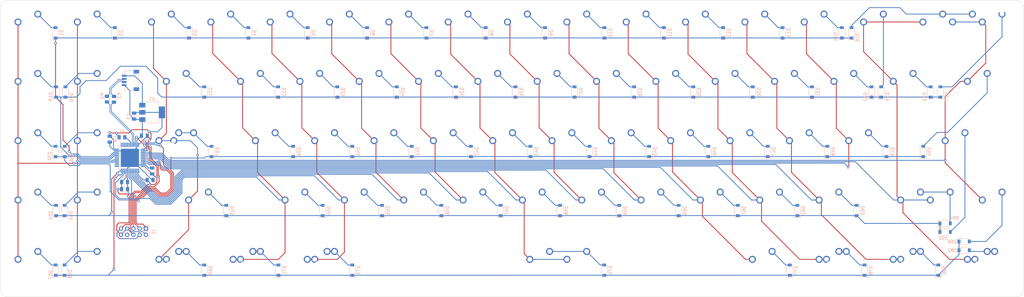
<source format=kicad_pcb>
(kicad_pcb (version 20211014) (generator pcbnew)
  (layers (0 "F.Cu" signal) (31 "B.Cu" signal) (34 "B.Paste" user) (35 "F.Paste" user) (36 "B.SilkS" user "B.Silkscreen") (37 "F.SilkS" user "F.Silkscreen") (38 "B.Mask" user) (39 "F.Mask" user) (44 "Edge.Cuts" user))
  (net 0 "")
  (net 1 "+3.3V")
  (net 2 "GND")
  (net 3 "Row0")
  (net 4 "Net-(D1-Pad2)")
  (net 5 "Row1")
  (net 6 "Net-(D2-Pad2)")
  (net 7 "Row2")
  (net 8 "Net-(D3-Pad2)")
  (net 9 "Row3")
  (net 10 "Net-(D4-Pad2)")
  (net 11 "Row4")
  (net 12 "Net-(D5-Pad2)")
  (net 13 "Net-(D6-Pad2)")
  (net 14 "Net-(D7-Pad2)")
  (net 15 "Net-(D8-Pad2)")
  (net 16 "Net-(D9-Pad2)")
  (net 17 "Net-(D82-Pad2)")
  (net 18 "Net-(J1-Pad1)")
  (net 19 "Net-(D10-Pad2)")
  (net 20 "Net-(D11-Pad2)")
  (net 21 "Net-(D12-Pad2)")
  (net 22 "Net-(D13-Pad2)")
  (net 23 "Net-(D14-Pad2)")
  (net 24 "Net-(D15-Pad2)")
  (net 25 "Net-(D19-Pad2)")
  (net 26 "Net-(D20-Pad2)")
  (net 27 "Net-(D21-Pad2)")
  (net 28 "Net-(D22-Pad2)")
  (net 29 "Net-(D23-Pad2)")
  (net 30 "Net-(D24-Pad2)")
  (net 31 "Net-(D25-Pad2)")
  (net 32 "Net-(D26-Pad2)")
  (net 33 "Net-(D27-Pad2)")
  (net 34 "Net-(D28-Pad2)")
  (net 35 "Net-(D29-Pad2)")
  (net 36 "Net-(D30-Pad2)")
  (net 37 "Net-(D31-Pad2)")
  (net 38 "Net-(D32-Pad2)")
  (net 39 "Net-(D33-Pad2)")
  (net 40 "Net-(D34-Pad2)")
  (net 41 "Net-(D35-Pad2)")
  (net 42 "Net-(D36-Pad2)")
  (net 43 "Net-(D37-Pad2)")
  (net 44 "Net-(D39-Pad2)")
  (net 45 "Net-(D40-Pad2)")
  (net 46 "Net-(D41-Pad2)")
  (net 47 "Net-(D42-Pad2)")
  (net 48 "Net-(D43-Pad2)")
  (net 49 "Net-(D44-Pad2)")
  (net 50 "Net-(D45-Pad2)")
  (net 51 "Net-(D46-Pad2)")
  (net 52 "Net-(D47-Pad2)")
  (net 53 "Net-(D48-Pad2)")
  (net 54 "Net-(D49-Pad2)")
  (net 55 "Net-(D51-Pad2)")
  (net 56 "Net-(D52-Pad2)")
  (net 57 "Net-(D53-Pad2)")
  (net 58 "Net-(D54-Pad2)")
  (net 59 "Net-(D55-Pad2)")
  (net 60 "Net-(D56-Pad2)")
  (net 61 "Net-(D57-Pad2)")
  (net 62 "Net-(D58-Pad2)")
  (net 63 "Net-(D59-Pad2)")
  (net 64 "Net-(D60-Pad2)")
  (net 65 "Net-(D61-Pad2)")
  (net 66 "Net-(D62-Pad2)")
  (net 67 "Net-(D63-Pad2)")
  (net 68 "Net-(D64-Pad2)")
  (net 69 "Net-(D66-Pad2)")
  (net 70 "Net-(D67-Pad2)")
  (net 71 "Net-(D68-Pad2)")
  (net 72 "Net-(D71-Pad2)")
  (net 73 "Net-(D73-Pad2)")
  (net 74 "Net-(D77-Pad2)")
  (net 75 "Net-(D78-Pad2)")
  (net 76 "Net-(D80-Pad2)")
  (net 77 "Col0")
  (net 78 "Col1")
  (net 79 "Col2")
  (net 80 "Col3")
  (net 81 "Col4")
  (net 82 "Col5")
  (net 83 "Col6")
  (net 84 "Col7")
  (net 85 "Col8")
  (net 86 "Col9")
  (net 87 "Col10")
  (net 88 "Col11")
  (net 89 "Col12")
  (net 90 "Col13")
  (net 91 "Col14")
  (net 92 "Col15")
  (net 93 "Net-(J2-Pad1)")
  (net 94 "Net-(J2-Pad3)")
  (net 95 "Net-(D16-Pad2)")
  (net 96 "Net-(J2-Pad5)")
  (net 97 "Net-(J2-Pad6)")
  (net 99 "Net-(R1-Pad1)")
  (net 100 "Net-(D17-Pad2)")
  (net 101 "Net-(D69-Pad2)")
  (net 102 "Net-(D75-Pad2)")
  (net 103 "/D-")
  (net 104 "/D+")
  (net 105 "/MCU_D+")
  (net 106 "/MCU_D-")
  (net 107 "Net-(D50-Pad2)")
  (footprint "MX_Only:MXOnly-1U-NoLED" (layer "F.Cu") (at 417.14325 101.227)
    (fp_text reference "MX30")
    (fp_text value "MX-NoLED")
  )
  (footprint "MX_Only:MXOnly-1U-NoLED" (layer "F.Cu") (at 326.65575 120.277)
    (fp_text reference "MX42")
    (fp_text value "MX-NoLED")
  )
  (footprint "MX_Only:MXOnly-7U-ReversedStabilizers-NoLED" (layer "F.Cu") (at 369.51825 158.377)
    (fp_text reference "MX76")
    (fp_text value "MX-NoLED")
  )
  (footprint "MX_Only:MXOnly-1U-NoLED" (layer "F.Cu") (at 364.75575 120.277)
    (fp_text reference "MX44")
    (fp_text value "MX-NoLED")
  )
  (footprint "MX_Only:MXOnly-1U-NoLED" (layer "F.Cu") (at 450.48075 158.377)
    (fp_text reference "MX78")
    (fp_text value "MX-NoLED")
  )
  (footprint "MX_Only:MXOnly-1U-NoLED" (layer "F.Cu") (at 240.93075 158.377)
    (fp_text reference "MX70")
    (fp_text value "MX-NoLED")
  )
  (footprint "MX_Only:MXOnly-1U-NoLED" (layer "F.Cu") (at 307.60575 120.277)
    (fp_text reference "MX41")
    (fp_text value "MX-NoLED")
  )
  (footprint "MX_Only:MXOnly-1U-NoLED" (layer "F.Cu") (at 498.10575 101.227)
    (fp_text reference "MX34")
    (fp_text value "MX-NoLED")
  )
  (footprint "MX_Only:MXOnly-1U-NoLED" (layer "F.Cu") (at 388.56825 82.177)
    (fp_text reference "MX11")
    (fp_text value "MX-NoLED")
  )
  (footprint "MX_Only:MXOnly-1U-NoLED" (layer "F.Cu") (at 264.74325 158.377)
    (fp_text reference "MX72")
    (fp_text value "MX-NoLED")
  )
  (footprint "MX_Only:MXOnly-1U-NoLED" (layer "F.Cu") (at 345.70575 120.277)
    (fp_text reference "MX43")
    (fp_text value "MX-NoLED")
  )
  (footprint "MX_Only:MXOnly-1U-NoLED" (layer "F.Cu") (at 262.362 158.377)
    (fp_text reference "MX71")
    (fp_text value "MX-NoLED")
  )
  (footprint "MX_Only:MXOnly-1U-NoLED" (layer "F.Cu") (at 212.35575 139.327)
    (fp_text reference "MX52")
    (fp_text value "MX-NoLED")
  )
  (footprint "MX_Only:MXOnly-1U-NoLED" (layer "F.Cu") (at 336.18075 139.327)
    (fp_text reference "MX57")
    (fp_text value "MX-NoLED")
  )
  (footprint "MX_Only:MXOnly-1U-NoLED" (layer "F.Cu") (at 502.86825 82.177)
    (fp_text reference "MX18")
    (fp_text value "MX-NoLED")
  )
  (footprint "MX_Only:MXOnly-1U-NoLED" (layer "F.Cu") (at 288.55575 120.277)
    (fp_text reference "MX40")
    (fp_text value "MX-NoLED")
  )
  (footprint "MX_Only:MXOnly-1U-NoLED" (layer "F.Cu") (at 464.76825 82.177)
    (fp_text reference "MX15")
    (fp_text value "MX-NoLED")
  )
  (footprint "MX_Only:MXOnly-1U-NoLED" (layer "F.Cu") (at 340.94325 101.227)
    (fp_text reference "MX26")
    (fp_text value "MX-NoLED")
  )
  (footprint "MX_Only:MXOnly-1U-NoLED" (layer "F.Cu") (at 269.50575 120.277)
    (fp_text reference "MX39")
    (fp_text value "MX-NoLED")
  )
  (footprint "MX_Only:MXOnly-1U-NoLED" (layer "F.Cu") (at 312.36825 82.177)
    (fp_text reference "MX7")
    (fp_text value "MX-NoLED")
  )
  (footprint "MX_Only:MXOnly-1U-NoLED" (layer "F.Cu") (at 279.03075 139.327)
    (fp_text reference "MX54")
    (fp_text value "MX-NoLED")
  )
  (footprint "MX_Only:MXOnly-1U-NoLED" (layer "F.Cu") (at 236.16825 82.177)
    (fp_text reference "MX3")
    (fp_text value "MX-NoLED")
  )
  (footprint "MX_Only:MXOnly-1U-NoLED" (layer "F.Cu") (at 212.35575 101.227)
    (fp_text reference "MX20")
    (fp_text value "MX-NoLED")
  )
  (footprint "MX_Only:MXOnly-1U-NoLED" (layer "F.Cu") (at 193.30575 139.327)
    (fp_text reference "MX51")
    (fp_text value "MX-NoLED")
  )
  (footprint "MX_Only:MXOnly-1U-NoLED" (layer "F.Cu") (at 450.48075 139.327)
    (fp_text reference "MX63")
    (fp_text value "MX-NoLED")
  )
  (footprint "MX_Only:MXOnly-1U-NoLED" (layer "F.Cu") (at 412.38075 139.327)
    (fp_text reference "MX61")
    (fp_text value "MX-NoLED")
  )
  (footprint "MX_Only:MXOnly-1U-NoLED" (layer "F.Cu") (at 498.10575 158.377)
    (fp_text reference "MX82")
    (fp_text value "MX-NoLED")
  )
  (footprint "MX_Only:MXOnly-1U-NoLED" (layer "F.Cu") (at 445.71825 82.177)
    (fp_text reference "MX14")
    (fp_text value "MX-NoLED")
  )
  (footprint "MX_Only:MXOnly-1U-NoLED" (layer "F.Cu") (at 460.00575 120.277)
    (fp_text reference "MX49")
    (fp_text value "MX-NoLED")
  )
  (footprint "MX_Only:MXOnly-1U-NoLED" (layer "F.Cu") (at 212.35575 82.177)
    (fp_text reference "MX2")
    (fp_text value "MX-NoLED")
  )
  (footprint "MX_Only:MXOnly-1U-NoLED" (layer "F.Cu") (at 212.35575 120.277)
    (fp_text reference "MX36")
    (fp_text value "MX-NoLED")
  )
  (footprint "MX_Only:MXOnly-6.25U-ReversedStabilizers-NoLED" (layer "F.Cu") (at 357.612 158.377)
    (fp_text reference "MX75")
    (fp_text value "MX-NoLED")
  )
  (footprint "MX_Only:MXOnly-1U-NoLED" (layer "F.Cu") (at 476.6745 139.327)
    (fp_text reference "MX64")
    (fp_text value "MX-NoLED")
  )
  (footprint "MX_Only:MXOnly-1U-NoLED" (layer "F.Cu") (at 421.90575 120.277)
    (fp_text reference "MX47")
    (fp_text value "MX-NoLED")
  )
  (footprint "MX_Only:MXOnly-1U-NoLED" (layer "F.Cu") (at 317.13075 139.327)
    (fp_text reference "MX56")
    (fp_text value "MX-NoLED")
  )
  (footprint "MX_Only:MXOnly-1U-NoLED" (layer "F.Cu") (at 500.487 158.377)
    (fp_text reference "MX83")
    (fp_text value "MX-NoLED")
  )
  (footprint "MX_Only:MXOnly-1U-NoLED" (layer "F.Cu") (at 331.41825 82.177)
    (fp_text reference "MX8")
    (fp_text value "MX-NoLED")
  )
  (footprint "MX_Only:MXOnly-1U-NoLED" (layer "F.Cu") (at 426.66825 82.177)
    (fp_text reference "MX13")
    (fp_text value "MX-NoLED")
  )
  (footprint "MX_Only:MXOnly-1U-NoLED" (layer "F.Cu") (at 474.29325 158.377)
    (fp_text reference "MX80")
    (fp_text value "MX-NoLED")
  )
  (footprint "MX_Only:MXOnly-1U-NoLED" (layer "F.Cu") (at 193.30575 82.177)
    (fp_text reference "MX1")
    (fp_text value "MX-NoLED")
  )
  (footprint "MX_Only:MXOnly-1U-NoLED" (layer "F.Cu") (at 431.43075 139.327)
    (fp_text reference "MX62")
    (fp_text value "MX-NoLED")
  )
  (footprint "MX_Only:MXOnly-1U-NoLED" (layer "F.Cu") (at 474.29325 101.227)
    (fp_text reference "MX33")
    (fp_text value "MX-NoLED")
  )
  (footprint "MX_Only:MXOnly-1U-NoLED" (layer "F.Cu") (at 355.23075 139.327)
    (fp_text reference "MX58")
    (fp_text value "MX-NoLED")
  )
  (footprint "MX_Only:MXOnly-2U-NoLED" (layer "F.Cu") (at 248.0745 139.327)
    (fp_text reference "MX53")
    (fp_text value "MX-NoLED")
  )
  (footprint "MX_Only:MXOnly-1U-NoLED" (layer "F.Cu") (at 436.19325 101.227)
    (fp_text reference "MX31")
    (fp_text value "MX-NoLED")
  )
  (footprint "MX_Only:MXOnly-1U-NoLED" (layer "F.Cu") (at 398.09325 101.227)
    (fp_text reference "MX29")
    (fp_text value "MX-NoLED")
  )
  (footprint "MX_Only:MXOnly-1U-NoLED" (layer "F.Cu") (at 293.31825 82.177)
    (fp_text reference "MX6")
    (fp_text value "MX-NoLED")
  )
  (footprint "MX_Only:MXOnly-1U-NoLED" (layer "F.Cu") (at 193.30575 120.277)
    (fp_text reference "MX35")
    (fp_text value "MX-NoLED")
  )
  (footprint "MX_Only:MXOnly-1U-NoLED" (layer "F.Cu") (at 440.95575 120.277)
    (fp_text reference "MX48")
    (fp_text value "MX-NoLED")
  )
  (footprint "MX_Only:MXOnly-1U-NoLED" (layer "F.Cu") (at 452.862 158.377)
    (fp_text reference "MX79")
    (fp_text value "MX-NoLED")
  )
  (footprint "MX_Only:MXOnly-1U-NoLED" (layer "F.Cu") (at 502.86825 139.327)
    (fp_text reference "MX66")
    (fp_text value "MX-NoLED")
  )
  (footprint "MX_Only:MXOnly-1U-NoLED" (layer "F.Cu") (at 407.61825 82.177)
    (fp_text reference "MX12")
    (fp_text value "MX-NoLED")
  )
  (footprint "MX_Only:MXOnly-1U-NoLED" (layer "F.Cu") (at 379.04325 101.227)
    (fp_text reference "MX28")
    (fp_text value "MX-NoLED")
  )
  (footprint "MX_Only:MXOnly-1U-NoLED" (layer "F.Cu") (at 238.5495 120.277)
    (fp_text reference "MX37")
    (fp_text value "MX-NoLED")
  )
  (footprint "MX_Only:MXOnly-1U-NoLED" (layer "F.Cu") (at 374.28075 139.327)
    (fp_text reference "MX59")
    (fp_text value "MX-NoLED")
  )
  (footprint "MX_Only:MXOnly-2U-NoLED" (layer "F.Cu") (at 490.962 120.277)
    (fp_text reference "MX50")
    (fp_text value "MX-NoLED")
  )
  (footprint "MX_Only:MXOnly-2U-NoLED" (layer "F.Cu") (at 486.1995 139.327)
    (fp_text reference "MX65")
    (fp_text value "MX-NoLED")
  )
  (footprint "MX_Only:MXOnly-1U-NoLED" (layer "F.Cu") (at 476.6745 158.377)
    (fp_text reference "MX81")
    (fp_text value "MX-NoLED")
  )
  (footprint "MX_Only:MXOnly-1U-NoLED" (layer "F.Cu") (at 383.80575 120.277)
    (fp_text reference "MX45")
    (fp_text value "MX-NoLED")
  )
  (footprint "MX_Only:MXOnly-1U-NoLED" (layer "F.Cu") (at 298.08075 139.327)
    (fp_text reference "MX55")
    (fp_text value "MX-NoLED")
  )
  (footprint "MX_Only:MXOnly-1U-NoLED" (layer "F.Cu") (at 321.89325 101.227)
    (fp_text reference "MX25")
    (fp_text value "MX-NoLED")
  )
  (footprint "MX_Only:MXOnly-1U-NoLED" (layer "F.Cu") (at 255.21825 82.177)
    (fp_text reference "MX4")
    (fp_text value "MX-NoLED")
  )
  (footprint "MX_Only:MXOnly-1U-NoLED" (layer "F.Cu") (at 238.5495 158.377)
    (fp_text reference "MX69")
    (fp_text value "MX-NoLED")
  )
  (footprint "MX_Only:MXOnly-1U-NoLED" (layer "F.Cu") (at 455.24325 101.227)
    (fp_text reference "MX32")
    (fp_text value "MX-NoLED")
  )
  (footprint "MX_Only:MXOnly-1U-NoLED" (layer "F.Cu") (at 350.46825 82.177)
    (fp_text reference "MX9")
    (fp_text value "MX-NoLED")
  )
  (footprint "MX_Only:MXOnly-1U-NoLED" (layer "F.Cu") (at 286.1745 158.377)
    (fp_text reference "MX73")
    (fp_text value "MX-NoLED")
  )
  (footprint "MX_Only:MXOnly-2U-NoLED" (layer "F.Cu") (at 493.34325 82.177)
    (fp_text reference "MX17")
    (fp_text value "MX-NoLED")
  )
  (footprint "MX_Only:MXOnly-1U-NoLED" (layer "F.Cu") (at 359.99325 101.227)
    (fp_text reference "MX27")
    (fp_text value "MX-NoLED")
  )
  (footprint "MX_Only:MXOnly-1U-NoLED" (layer "F.Cu") (at 288.55575 158.377)
    (fp_text reference "MX74")
    (fp_text value "MX-NoLED")
  )
  (footprint "MX_Only:MXOnly-1U-NoLED" (layer "F.Cu") (at 402.85575 120.277)
    (fp_text reference "MX46")
    (fp_text value "MX-NoLED")
  )
  (footprint "MX_Only:MXOnly-1U-NoLED" (layer "F.Cu") (at 193.30575 101.227)
    (fp_text reference "MX19")
    (fp_text value "MX-NoLED")
  )
  (footprint "MX_Only:MXOnly-1U-NoLED" (layer "F.Cu") (at 302.84325 101.227)
    (fp_text reference "MX24")
    (fp_text value "MX-NoLED")
  )
  (footprint "MX_Only:MXOnly-1U-NoLED" (layer "F.Cu") (at 283.79325 101.227)
    (fp_text reference "MX23")
    (fp_text value "MX-NoLED")
  )
  (footprint "MX_Only:MXOnly-1U-NoLED" (layer "F.Cu") (at 429.0495 158.377)
    (fp_text reference "MX77")
    (fp_text value "MX-NoLED")
  )
  (footprint "MX_Only:MXOnly-1U-NoLED" (layer "F.Cu") (at 369.51825 82.177)
    (fp_text reference "MX10")
    (fp_text value "MX-NoLED")
  )
  (footprint "MX_Only:MXOnly-1U-NoLED" (layer "F.Cu") (at 274.26825 82.177)
    (fp_text reference "MX5")
    (fp_text value "MX-NoLED")
  )
  (footprint "MX_Only:MXOnly-1U-NoLED" (layer "F.Cu") (at 240.93075 101.227)
    (fp_text reference "MX21")
    (fp_text value "MX-NoLED")
  )
  (footprint "MX_Only:MXOnly-1U-NoLED" (layer "F.Cu") (at 193.30575 158.377)
    (fp_text reference "MX67")
    (fp_text value "MX-NoLED")
  )
  (footprint "MX_Only:MXOnly-1U-NoLED" (layer "F.Cu") (at 243.312 120.277)
    (fp_text reference "MX38")
    (fp_text value "MX-NoLED")
  )
  (footprint "MX_Only:MXOnly-1U-NoLED" (layer "F.Cu") (at 393.33075 139.327)
    (fp_text reference "MX60")
    (fp_text value "MX-NoLED")
  )
  (footprint "MX_Only:MXOnly-1U-NoLED" (layer "F.Cu") (at 212.35575 158.377)
    (fp_text reference "MX68")
    (fp_text value "MX-NoLED")
  )
  (footprint "MX_Only:MXOnly-1U-NoLED" (layer "F.Cu") (at 264.74325 101.227)
    (fp_text reference "MX22")
    (fp_text value "MX-NoLED")
  )
  (footprint "MX_Only:MXOnly-1U-NoLED" (layer "F.Cu") (at 483.81825 82.177)
    (fp_text reference "MX16")
    (fp_text value "MX-NoLED")
  )
  (footprint "Diode_SMD:D_SOD-123" (layer "B.Cu") (at 461.3 159.3 90)
    (fp_text reference "D78")
    (fp_text value "D_Small")
  )
  (footprint "Package_TO_SOT_SMD:SOT-223-3_TabPin2" (layer "B.Cu") (at 232.55 108.65)
    (fp_text reference "U1")
    (fp_text value "AMS1117-3.3")
  )
  (footprint "Diode_SMD:D_SOD-123" (layer "B.Cu") (at 287.3 140.15 90)
    (fp_text reference "D54")
    (fp_text value "D_Small")
  )
  (footprint "Diode_SMD:D_SOD-123" (layer "B.Cu") (at 263.45 83.1 90)
    (fp_text reference "D4")
    (fp_text value "D_Small")
  )
  (footprint "Diode_SMD:D_SOD-123" (layer "B.Cu") (at 311.1 102.1 90)
    (fp_text reference "D24")
    (fp_text value "D_Small")
  )
  (footprint "Diode_SMD:D_SOD-123" (layer "B.Cu") (at 330.1 102.1 90)
    (fp_text reference "D25")
    (fp_text value "D_Small")
  )
  (footprint "Diode_SMD:D_SOD-123" (layer "B.Cu") (at 377.75 83.1 90)
    (fp_text reference "D10")
    (fp_text value "D_Small")
  )
  (footprint "Diode_SMD:D_SOD-123" (layer "B.Cu") (at 368.2 102.1 90)
    (fp_text reference "D27")
    (fp_text value "D_Small")
  )
  (footprint "Diode_SMD:D_SOD-123" (layer "B.Cu") (at 220.599 83.1 90)
    (fp_text reference "D2")
    (fp_text value "D_Small")
  )
  (footprint "Capacitor_SMD:C_0805_2012Metric" (layer "B.Cu") (at 226.75 109.85 90)
    (fp_text reference "C3")
    (fp_text value "10nF")
  )
  (footprint "Diode_SMD:D_SOD-123" (layer "B.Cu") (at 201.549 83.1 90)
    (fp_text reference "D1")
    (fp_text value "D_Small")
  )
  (footprint "Capacitor_SMD:C_0805_2012Metric" (layer "B.Cu") (at 231.9 130.35 180)
    (fp_text reference "C7")
    (fp_text value "100nF")
  )
  (footprint "Package_QFP:LQFP-48_7x7mm_P0.5mm" (layer "B.Cu") (at 225.4 123.25 90)
    (fp_text reference "U2")
    (fp_text value "STM32F072CBTx")
  )
  (footprint "Diode_SMD:D_SOD-123" (layer "B.Cu") (at 493.25 150.1)
    (fp_text reference "D66")
    (fp_text value "D_Small")
  )
  (footprint "Diode_SMD:D_SOD-123" (layer "B.Cu") (at 485.6 102.1 90)
    (fp_text reference "D17")
    (fp_text value "D_Small")
  )
  (footprint "Diode_SMD:D_SOD-123" (layer "B.Cu") (at 251.6 121.2 90)
    (fp_text reference "D37")
    (fp_text value "D_Small")
  )
  (footprint "Diode_SMD:D_SOD-123" (layer "B.Cu") (at 449.3 121.2 90)
    (fp_text reference "D48")
    (fp_text value "D_Small")
  )
  (footprint "Diode_SMD:D_SOD-123" (layer "B.Cu") (at 457.1 83.1 90)
    (fp_text reference "D16")
    (fp_text value "D_Small")
  )
  (footprint "Resistor_SMD:R_0805_2012Metric" (layer "B.Cu") (at 220.3 104.45 -90)
    (fp_text reference "R2")
    (fp_text value "22")
  )
  (footprint "Diode_SMD:D_SOD-123" (layer "B.Cu") (at 382.5 140.15 90)
    (fp_text reference "D59")
    (fp_text value "D_Small")
  )
  (footprint "Diode_SMD:D_SOD-123" (layer "B.Cu") (at 458.75 140.15 90)
    (fp_text reference "D63")
    (fp_text value "D_Small")
  )
  (footprint "Diode_SMD:D_SOD-123" (layer "B.Cu") (at 493.25 152.9)
    (fp_text reference "D82")
    (fp_text value "D_Small")
  )
  (footprint "Diode_SMD:D_SOD-123" (layer "B.Cu") (at 273.1 159.3 90)
    (fp_text reference "D71")
    (fp_text value "D_Small")
  )
  (footprint "Diode_SMD:D_SOD-123" (layer "B.Cu") (at 439.7 140.15 90)
    (fp_text reference "D62")
    (fp_text value "D_Small")
  )
  (footprint "Diode_SMD:D_SOD-123" (layer "B.Cu") (at 201.6 159.3 90)
    (fp_text reference "D67")
    (fp_text value "D_Small")
  )
  (footprint "Diode_SMD:D_SOD-123" (layer "B.Cu") (at 437.3 159.3 90)
    (fp_text reference "D77")
    (fp_text value "D_Small")
  )
  (footprint "Diode_SMD:D_SOD-123" (layer "B.Cu") (at 396.85 83.1 90)
    (fp_text reference "D11")
    (fp_text value "D_Small")
  )
  (footprint "Diode_SMD:D_SOD-123" (layer "B.Cu") (at 425.4 102.1 90)
    (fp_text reference "D30")
    (fp_text value "D_Small")
  )
  (footprint "Diode_SMD:D_SOD-123" (layer "B.Cu") (at 377.7 159.3 90)
    (fp_text reference "D75")
    (fp_text value "D_Small")
  )
  (footprint "Diode_SMD:D_SOD-123" (layer "B.Cu") (at 282.5 83.1 90)
    (fp_text reference "D5")
    (fp_text value "D_Small")
  )
  (footprint "Diode_SMD:D_SOD-123" (layer "B.Cu") (at 415.85 83.1 90)
    (fp_text reference "D12")
    (fp_text value "D_Small")
  )
  (footprint "Diode_SMD:D_SOD-123" (layer "B.Cu") (at 344.45 140.15 90)
    (fp_text reference "D57")
    (fp_text value "D_Small")
  )
  (footprint "Diode_SMD:D_SOD-123" (layer "B.Cu") (at 296.8 159.3 90)
    (fp_text reference "D73")
    (fp_text value "D_Small")
  )
  (footprint "Diode_SMD:D_SOD-123" (layer "B.Cu") (at 244.4 83.1 90)
    (fp_text reference "D3")
    (fp_text value "D_Small")
  )
  (footprint "Diode_SMD:D_SOD-123" (layer "B.Cu") (at 420.6 140.15 90)
    (fp_text reference "D61")
    (fp_text value "D_Small")
  )
  (footprint "Diode_SMD:D_SOD-123" (layer "B.Cu") (at 480.1 121.2 90)
    (fp_text reference "D34")
    (fp_text value "D_Small")
  )
  (footprint "Diode_SMD:D_SOD-123" (layer "B.Cu") (at 292 102.1 90)
    (fp_text reference "D23")
    (fp_text value "D_Small")
  )
  (footprint "Capacitor_SMD:C_0805_2012Metric" (layer "B.Cu") (at 230.05 116.15)
    (fp_text reference "C2")
    (fp_text value "100nF")
  )
  (footprint "Diode_SMD:D_SOD-123" (layer "B.Cu") (at 363.5 140.15 90)
    (fp_text reference "D58")
    (fp_text value "D_Small")
  )
  (footprint "Diode_SMD:D_SOD-123" (layer "B.Cu") (at 201.549 121.2 90)
    (fp_text reference "D35")
    (fp_text value "D_Small")
  )
  (footprint "Capacitor_SMD:C_0805_2012Metric" (layer "B.Cu") (at 223.7 131 180)
    (fp_text reference "C4")
    (fp_text value "1μF")
  )
  (footprint "Diode_SMD:D_SOD-123" (layer "B.Cu") (at 204.5 121.2 90)
    (fp_text reference "D36")
    (fp_text value "D_Small")
  )
  (footprint "Diode_SMD:D_SOD-123" (layer "B.Cu") (at 411.1 121.2 90)
    (fp_text reference "D46")
    (fp_text value "D_Small")
  )
  (footprint "Diode_SMD:D_SOD-123" (layer "B.Cu") (at 454 83.1 90)
    (fp_text reference "D14")
    (fp_text value "D_Small")
  )
  (footprint "Diode_SMD:D_SOD-123" (layer "B.Cu") (at 387.3 102.1 90)
    (fp_text reference "D28")
    (fp_text value "D_Small")
  )
  (footprint "Diode_SMD:D_SOD-123" (layer "B.Cu") (at 201.7 140.15 90)
    (fp_text reference "D51")
    (fp_text value "D_Small")
  )
  (footprint "Diode_SMD:D_SOD-123" (layer "B.Cu") (at 315.9 121.2 90)
    (fp_text reference "D41")
    (fp_text value "D_Small")
  )
  (footprint "Diode_SMD:D_SOD-123" (layer "B.Cu") (at 463.5 102.1 90)
    (fp_text reference "D32")
    (fp_text value "D_Small")
  )
  (footprint "Diode_SMD:D_SOD-123" (layer "B.Cu") (at 339.65 83.1 90)
    (fp_text reference "D8")
    (fp_text value "D_Small")
  )
  (footprint "Diode_SMD:D_SOD-123" (layer "B.Cu") (at 484.95 159.3 90)
    (fp_text reference "D80")
    (fp_text value "D_Small")
  )
  (footprint "Diode_SMD:D_SOD-123" (layer "B.Cu") (at 334.9 121.2 90)
    (fp_text reference "D42")
    (fp_text value "D_Small")
  )
  (footprint "Diode_SMD:D_SOD-123" (layer "B.Cu") (at 249.3 102.1 90)
    (fp_text reference "D21")
    (fp_text value "D_Small")
  )
  (footprint "Capacitor_SMD:C_0805_2012Metric" (layer "B.Cu") (at 223.7 133.3)
    (fp_text reference "C1")
    (fp_text value "10μF")
  )
  (footprint "Connector_PinSocket_2.00mm:PinSocket_2x05_P2.00mm_Vertical" (layer "B.Cu") (at 230.55 145.95 90)
    (fp_text reference "J2")
    (fp_text value "Programming Header")
  )
  (footprint "Diode_SMD:D_SOD-123" (layer "B.Cu") (at 354 121.2 90)
    (fp_text reference "D43")
    (fp_text value "D_Small")
  )
  (footprint "Diode_SMD:D_SOD-123" (layer "B.Cu") (at 392.1 121.2 90)
    (fp_text reference "D45")
    (fp_text value "D_Small")
  )
  (footprint "Diode_SMD:D_SOD-123" (layer "B.Cu") (at 204.45 159.3 90)
    (fp_text reference "D68")
    (fp_text value "D_Small")
  )
  (footprint "Diode_SMD:D_SOD-123" (layer "B.Cu") (at 201.7 102.1 90)
    (fp_text reference "D19")
    (fp_text value "D_Small")
  )
  (footprint "Diode_SMD:D_SOD-123" (layer "B.Cu") (at 349.2 102.1 90)
    (fp_text reference "D26")
    (fp_text value "D_Small")
  )
  (footprint "Diode_SMD:D_SOD-123" (layer "B.Cu") (at 277.8 121.2 90)
    (fp_text reference "D39")
    (fp_text value "D_Small")
  )
  (footprint "Diode_SMD:D_SOD-123" (layer "B.Cu") (at 320.6 83.1 90)
    (fp_text reference "D7")
    (fp_text value "D_Small")
  )
  (footprint "Resistor_SMD:R_0805_2012Metric" (layer "B.Cu") (at 222.85 116.65 180)
    (fp_text reference "R1")
    (fp_text value "51K")
  )
  (footprint "Connector_JST:JST_SH_SM04B-SRSS-TB_1x04-1MP_P1.00mm_Horizontal" (layer "B.Cu") (at 225.6 98.4 -90)
    (fp_text reference "J1")
    (fp_text value "Conn_01x04_Female")
  )
  (footprint "Diode_SMD:D_SOD-123" (layer "B.Cu") (at 306.35 140.15 90)
    (fp_text reference "D55")
    (fp_text value "D_Small")
  )
  (footprint "Diode_SMD:D_SOD-123" (layer "B.Cu") (at 444.4 102.1 90)
    (fp_text reference "D31")
    (fp_text value "D_Small")
  )
  (footprint "Diode_SMD:D_SOD-123" (layer "B.Cu") (at 273 102.1 90)
    (fp_text reference "D22")
    (fp_text value "D_Small")
  )
  (footprint "Diode_SMD:D_SOD-123" (layer "B.Cu") (at 401.6 140.15 90)
    (fp_text reference "D60")
    (fp_text value "D_Small")
  )
  (footprint "Diode_SMD:D_SOD-123" (layer "B.Cu") (at 466.6 102.1 90)
    (fp_text reference "D15")
    (fp_text value "D_Small")
  )
  (footprint "Diode_SMD:D_SOD-123" (layer "B.Cu") (at 256.35 140.15 90)
    (fp_text reference "D53")
    (fp_text value "D_Small")
  )
  (footprint "Diode_SMD:D_SOD-123" (layer "B.Cu") (at 204.7 102.1 90)
    (fp_text reference "D20")
    (fp_text value "D_Small")
  )
  (footprint "Diode_SMD:D_SOD-123" (layer "B.Cu") (at 301.55 83.1 90)
    (fp_text reference "D6")
    (fp_text value "D_Small")
  )
  (footprint "Capacitor_SMD:C_0805_2012Metric" (layer "B.Cu") (at 232.55 127.45 -90)
    (fp_text reference "C5")
    (fp_text value "100nF")
  )
  (footprint "Diode_SMD:D_SOD-123" (layer "B.Cu") (at 430.2 121.2 90)
    (fp_text reference "D47")
    (fp_text value "D_Small")
  )
  (footprint "Diode_SMD:D_SOD-123" (layer "B.Cu") (at 325.4 140.15 90)
    (fp_text reference "D56")
    (fp_text value "D_Small")
  )
  (footprint "Diode_SMD:D_SOD-123" (layer "B.Cu") (at 468.3 121.2 90)
    (fp_text reference "D49")
    (fp_text value "D_Small")
  )
  (footprint "Diode_SMD:D_SOD-123" (layer "B.Cu") (at 249.3 159.3 90)
    (fp_text reference "D69")
    (fp_text value "D_Small")
  )
  (footprint "Diode_SMD:D_SOD-123" (layer "B.Cu") (at 296.8 121.2 90)
    (fp_text reference "D40")
    (fp_text value "D_Small")
  )
  (footprint "Diode_SMD:D_SOD-123" (layer "B.Cu") (at 204.45 140.15 90)
    (fp_text reference "D52")
    (fp_text value "D_Small")
  )
  (footprint "Diode_SMD:D_SOD-123" (layer "B.Cu") (at 434.95 83.1 90)
    (fp_text reference "D13")
    (fp_text value "D_Small")
  )
  (footprint "Diode_SMD:D_SOD-123" (layer "B.Cu") (at 358.7 83.1 90)
    (fp_text reference "D9")
    (fp_text value "D_Small")
  )
  (footprint "Resistor_SMD:R_0805_2012Metric" (layer "B.Cu") (at 218.05 104.4 -90)
    (fp_text reference "R3")
    (fp_text value "22")
  )
  (footprint "Diode_SMD:D_SOD-123" (layer "B.Cu") (at 406.3 102.1 90)
    (fp_text reference "D29")
    (fp_text value "D_Small")
  )
  (footprint "Diode_SMD:D_SOD-123" (layer "B.Cu") (at 482.5 102.1 90)
    (fp_text reference "D33")
    (fp_text value "D_Small")
  )
  (footprint "Diode_SMD:D_SOD-123" (layer "B.Cu") (at 487.15 147.05)
    (fp_text reference "D50")
    (fp_text value "D_Small")
  )
  (footprint "Diode_SMD:D_SOD-123" (layer "B.Cu") (at 373 121.2 90)
    (fp_text reference "D44")
    (fp_text value "D_Small")
  )
  (footprint "Diode_SMD:D_SOD-123" (layer "B.Cu") (at 487.15 144.3)
    (fp_text reference "D64")
    (fp_text value "D_Small")
  )
  (footprint "Capacitor_SMD:C_0805_2012Metric" (layer "B.Cu") (at 218.95 117.25 90)
    (fp_text reference "C6")
    (fp_text value "100nF")
  )
  (gr_line (start 186.35 167.9) (end 509.892233 167.902233) (layer "Edge.Cuts") (width 0.1))
  (gr_arc (start 512.392233 165.402233) (mid 511.66 167.17) (end 509.892233 167.902233) (layer "Edge.Cuts") (width 0.1))
  (gr_line (start 186.3 72.65) (end 509.86 72.65) (layer "Edge.Cuts") (width 0.1))
  (gr_line (start 512.39 75.18) (end 512.392233 165.402233) (layer "Edge.Cuts") (width 0.1))
  (gr_arc (start 509.86 72.65) (mid 511.64898 73.39102) (end 512.39 75.18) (layer "Edge.Cuts") (width 0.1))
  (gr_arc (start 186.35 167.9) (mid 184.546878 167.153122) (end 183.8 165.35) (layer "Edge.Cuts") (width 0.1))
  (gr_line (start 183.8 75.15) (end 183.8 165.35) (layer "Edge.Cuts") (width 0.1))
  (gr_arc (start 183.8 75.15) (mid 184.532233 73.382233) (end 186.3 72.65) (layer "Edge.Cuts") (width 0.1))
  (segment (start 234.075 129.325) (end 234.075 131.088604) (width 0.25) (layer "F.Cu") (net 1))
  (segment (start 231.225 119.949695) (end 231.75 120.474695) (width 0.25) (layer "F.Cu") (net 1))
  (segment (start 231.75 123.75) (end 234.075 126.075) (width 0.25) (layer "F.Cu") (net 1))
  (segment (start 225.3 144.6) (end 223.9 144.6) (width 0.25) (layer "F.Cu") (net 1))
  (segment (start 225.6 144.3) (end 225.3 144.6) (width 0.25) (layer "F.Cu") (net 1))
  (segment (start 232.2 115.5) (end 231.575 114.875) (width 0.25) (layer "F.Cu") (net 1))
  (segment (start 234.075 126.075) (end 234.075 127) (width 0.25) (layer "F.Cu") (net 1))
  (segment (start 231.75 120.474695) (end 231.75 123.75) (width 0.25) (layer "F.Cu") (net 1))
  (segment (start 223.9 144.6) (end 222.55 145.95) (width 0.25) (layer "F.Cu") (net 1))
  (segment (start 233.369302 131.794302) (end 231.819302 131.794302) (width 0.25) (layer "F.Cu") (net 1))
  (segment (start 232.2 117.1) (end 232.2 115.5) (width 0.25) (layer "F.Cu") (net 1))
  (segment (start 231.75 117.55) (end 232.2 117.1) (width 0.25) (layer "F.Cu") (net 1))
  (segment (start 226.932706 133.967294) (end 226.05 134.85) (width 0.25) (layer "F.Cu") (net 1))
  (segment (start 231.75 117.55) (end 231.225 118.075) (width 0.25) (layer "F.Cu") (net 1))
  (segment (start 226.16 114.2) (end 229.2 114.2) (width 0.25) (layer "F.Cu") (net 1))
  (segment (start 219.85 115.25) (end 219.1 115.25) (width 0.25) (layer "F.Cu") (net 1))
  (segment (start 221.55 134.25) (end 222.15 134.85) (width 0.25) (layer "F.Cu") (net 1))
  (segment (start 221.55 133.3) (end 221.55 134.25) (width 0.25) (layer "F.Cu") (net 1))
  (segment (start 225.11 115.25) (end 226.16 114.2) (width 0.25) (layer "F.Cu") (net 1))
  (segment (start 228.982706 133.967294) (end 226.932706 133.967294) (width 0.25) (layer "F.Cu") (net 1))
  (segment (start 222.15 134.85) (end 226.05 134.85) (width 0.25) (layer "F.Cu") (net 1))
  (segment (start 221.1 115.25) (end 225.11 115.25) (width 0.25) (layer "F.Cu") (net 1))
  (segment (start 219.1 115.25) (end 218.95 115.1) (width 0.25) (layer "F.Cu") (net 1))
  (segment (start 234.075 131.088604) (end 233.369302 131.794302) (width 0.25) (layer "F.Cu") (net 1))
  (segment (start 231.575 114.875) (end 230.9 114.2) (width 0.25) (layer "F.Cu") (net 1))
  (segment (start 231.225 118.075) (end 231.225 119.949695) (width 0.25) (layer "F.Cu") (net 1))
  (segment (start 226.05 134.85) (end 225.6 135.3) (width 0.25) (layer "F.Cu") (net 1))
  (segment (start 221.1 115.25) (end 219.85 115.25) (width 0.25) (layer "F.Cu") (net 1))
  (segment (start 231.8 131.775) (end 231.175 131.775) (width 0.25) (layer "F.Cu") (net 1))
  (segment (start 230.9 114.2) (end 229.2 114.2) (width 0.25) (layer "F.Cu") (net 1))
  (segment (start 231.819302 131.794302) (end 231.8 131.775) (width 0.25) (layer "F.Cu") (net 1))
  (segment (start 231.175 131.775) (end 228.982706 133.967294) (width 0.25) (layer "F.Cu") (net 1))
  (segment (start 234.075 127) (end 234.075 129.325) (width 0.25) (layer "F.Cu") (net 1))
  (segment (start 225.6 135.3) (end 225.6 144.3) (width 0.25) (layer "F.Cu") (net 1))
  (via (at 231.8 131.775) (size 0.8) (drill 0.4) (layers "F.Cu" "B.Cu") (net 1))
  (via (at 234.075 129.325) (size 0.8) (drill 0.4) (layers "F.Cu" "B.Cu") (net 1))
  (via (at 218.95 115.1) (size 0.8) (drill 0.4) (layers "F.Cu" "B.Cu") (net 1))
  (via (at 231.75 117.55) (size 0.8) (drill 0.4) (layers "F.Cu" "B.Cu") (net 1))
  (via (at 221.1 115.25) (size 0.8) (drill 0.4) (layers "F.Cu" "B.Cu") (net 1))
  (via (at 231.575 114.875) (size 0.8) (drill 0.4) (layers "F.Cu" "B.Cu") (net 1))
  (via (at 221.55 133.3) (size 0.8) (drill 0.4) (layers "F.Cu" "B.Cu") (net 1))
  (segment (start 221.2 148.3) (end 221.2 147.3) (width 0.25) (layer "B.Cu") (net 1))
  (segment (start 229.7 130.35) (end 230.95 130.35) (width 0.25) (layer "B.Cu") (net 1))
  (segment (start 222.1 149.2) (end 221.2 148.3) (width 0.25) (layer "B.Cu") (net 1))
  (segment (start 227 108.65) (end 229.4 108.65) (width 0.25) (layer "B.Cu") (net 1))
  (segment (start 231.75 116.9) (end 231 116.15) (width 0.25) (layer "B.Cu") (net 1))
  (segment (start 220.570711 120.5) (end 220.15 120.079289) (width 0.25) (layer "B.Cu") (net 1))
  (segment (start 221.2 147.3) (end 222.55 145.95) (width 0.25) (layer "B.Cu") (net 1))
  (segment (start 229.4 108.65) (end 235.7 108.65) (width 0.25) (layer "B.Cu") (net 1))
  (segment (start 222.75 131) (end 222.75 133.3) (width 0.25) (layer "B.Cu") (net 1))
  (segment (start 229.5625 126) (end 230.15 126) (width 0.25) (layer "B.Cu") (net 1))
  (segment (start 218.95 115.1) (end 218.95 116.3) (width 0.25) (layer "B.Cu") (net 1))
  (segment (start 228.15 119.0875) (end 231 116.2375) (width 0.25) (layer "B.Cu") (net 1))
  (segment (start 227.3 149.2) (end 222.1 149.2) (width 0.25) (layer "B.Cu") (net 1))
  (segment (start 234.075 129.325) (end 233.475 129.325) (width 0.25) (layer "B.Cu") (net 1))
  (segment (start 221.1 115.25) (end 221.1 115.8125) (width 0.25) (layer "B.Cu") (net 1))
  (segment (start 220.15 120.079289) (end 220.15 117.45) (width 0.25) (layer "B.Cu") (net 1))
  (segment (start 221.2375 120.5) (end 220.570711 120.5) (width 0.25) (layer "B.Cu") (net 1))
  (segment (start 228.55 147.95) (end 227.3 149.2) (width 0.25) (layer "B.Cu") (net 1))
  (segment (start 231.8 131.775) (end 231.8 131.2) (width 0.25) (layer "B.Cu") (net 1))
  (segment (start 231.75 117.55) (end 231.75 116.9) (width 0.25) (layer "B.Cu") (net 1))
  (segment (start 228.15 128.8) (end 229.7 130.35) (width 0.25) (layer "B.Cu") (net 1))
  (segment (start 235.7 113.55) (end 234.375 114.875) (width 0.25) (layer "B.Cu") (net 1))
  (segment (start 231 116.2375) (end 231 116.15) (width 0.25) (layer "B.Cu") (net 1))
  (segment (start 222.75 133.3) (end 221.55 133.3) (width 0.25) (layer "B.Cu") (net 1))
  (segment (start 233.475 129.325) (end 232.55 128.4) (width 0.25) (layer "B.Cu") (net 1))
  (segment (start 231.8 131.2) (end 230.95 130.35) (width 0.25) (layer "B.Cu") (net 1))
  (segment (start 230.15 126) (end 232.55 128.4) (width 0.25) (layer "B.Cu") (net 1))
  (segment (start 224.15 129.6) (end 222.75 131) (width 0.25) (layer "B.Cu") (net 1))
  (segment (start 219 116.3) (end 218.95 116.3) (width 0.25) (layer "B.Cu") (net 1))
  (segment (start 221.1 115.8125) (end 221.9375 116.65) (width 0.25) (layer "B.Cu") (net 1))
  (segment (start 226.75 108.9) (end 227 108.65) (width 0.25) (layer "B.Cu") (net 1))
  (segment (start 234.375 114.875) (end 231.575 114.875) (width 0.25) (layer "B.Cu") (net 1))
  (segment (start 220.15 117.45) (end 219 116.3) (width 0.25) (layer "B.Cu") (net 1))
  (segment (start 224.15 127.4125) (end 224.15 129.6) (width 0.25) (layer "B.Cu") (net 1))
  (segment (start 228.15 127.4125) (end 228.15 128.8) (width 0.25) (layer "B.Cu") (net 1))
  (segment (start 235.7 108.65) (end 235.7 113.55) (width 0.25) (layer "B.Cu") (net 1))
  (segment (start 225.15 135.849) (end 224.8755 135.5745) (width 0.25) (layer "F.Cu") (net 2))
  (segment (start 221.2 146.6) (end 221.2 144.8) (width 0.25) (layer "F.Cu") (net 2))
  (segment (start 221.9 144.1) (end 225.15 144.1) (width 0.25) (layer "F.Cu") (net 2))
  (segment (start 221.2 144.8) (end 221.9 144.1) (width 0.25) (layer "F.Cu") (net 2))
  (segment (start 222.55 147.95) (end 221.2 146.6) (width 0.25) (layer "F.Cu") (net 2))
  (segment (start 225.15 144.1) (end 225.15 135.849) (width 0.25) (layer "F.Cu") (net 2))
  (via (at 224.8755 135.5745) (size 0.8) (drill 0.4) (layers "F.Cu" "B.Cu") (net 2))
  (segment (start 229.55 146.95) (end 225.55 146.95) (width 0.25) (layer "B.Cu") (net 2))
  (segment (start 227.65 125.5) (end 228.1 125.5) (width 0.25) (layer "B.Cu") (net 2))
  (segment (start 232.5 130.35) (end 228.1 125.95) (width 0.25) (layer "B.Cu") (net 2))
  (segment (start 226.540685 121) (end 227.65 119.890685) (width 0.25) (layer "B.Cu") (net 2))
  (segment (start 221.2375 121) (end 220.434315 121) (width 0.25) (layer "B.Cu") (net 2))
  (segment (start 228.1 125.5) (end 229.5625 125.5) (width 0.25) (layer "B.Cu") (net 2))
  (segment (start 231.365685 126.5) (end 230.365685 125.5) (width 0.25) (layer "B.Cu") (net 2))
  (segment (start 225.4 109.45) (end 226.75 110.8) (width 0.25) (layer "B.Cu") (net 2))
  (segment (start 222.55 147.95) (end 224.55 145.95) (width 0.25) (layer "B.Cu") (net 2))
  (segment (start 226.9 110.95) (end 229.4 110.95) (width 0.25) (layer "B.Cu") (net 2))
  (segment (start 229.4 110.95) (end 229.4 115.85) (width 0.25) (layer "B.Cu") (net 2))
  (segment (start 225.759315 125.5) (end 227.6 125.5) (width 0.25) (layer "B.Cu") (net 2))
  (segment (start 227.65 119.0875) (end 227.65 117.6) (width 0.25) (layer "B.Cu") (net 2))
  (segment (start 230.55 147.95) (end 229.55 146.95) (width 0.25) (layer "B.Cu") (net 2))
  (segment (start 224.8755 135.5745) (end 224.8755 133.5255) (width 0.25) (layer "B.Cu") (net 2))
  (segment (start 232.85 130.35) (end 232.5 130.35) (width 0.25) (layer "B.Cu") (net 2))
  (segment (start 225.4 101.7) (end 225.4 109.45) (width 0.25) (layer "B.Cu") (net 2))
  (segment (start 230.365685 125.5) (end 229.5625 125.5) (width 0.25) (layer "B.Cu") (net 2))
  (segment (start 228.1 125.95) (end 228.1 125.5) (width 0.25) (layer "B.Cu") (net 2))
  (segment (start 224.65 127.4125) (end 224.65 126.609315) (width 0.25) (layer "B.Cu") (net 2))
  (segment (start 227.6 125.5) (end 227.65 125.5) (width 0.25) (layer "B.Cu") (net 2))
  (segment (start 226.75 110.8) (end 226.9 110.95) (width 0.25) (layer "B.Cu") (net 2))
  (segment (start 221.2375 121) (end 226.540685 121) (width 0.25) (layer "B.Cu") (net 2))
  (segment (start 225.55 146.95) (end 224.55 145.95) (width 0.25) (layer "B.Cu") (net 2))
  (segment (start 218.95 119.515685) (end 218.95 118.2) (width 0.25) (layer "B.Cu") (net 2))
  (segment (start 223.6 99.9) (end 225.4 101.7) (width 0.25) (layer "B.Cu") (net 2))
  (segment (start 224.8755 133.5255) (end 224.65 133.3) (width 0.25) (layer "B.Cu") (net 2))
  (segment (start 229.4 115.85) (end 229.1 116.15) (width 0.25) (layer "B.Cu") (net 2))
  (segment (start 220.434315 121) (end 218.95 119.515685) (width 0.25) (layer "B.Cu") (net 2))
  (segment (start 232.55 126.5) (end 231.365685 126.5) (width 0.25) (layer "B.Cu") (net 2))
  (segment (start 227.65 117.6) (end 229.1 116.15) (width 0.25) (layer "B.Cu") (net 2))
  (segment (start 224.65 126.609315) (end 225.759315 125.5) (width 0.25) (layer "B.Cu") (net 2))
  (segment (start 226.540685 121) (end 226.540685 124.71863) (width 0.25) (layer "B.Cu") (net 2))
  (segment (start 224.65 131) (end 224.65 133.3) (width 0.25) (layer "B.Cu") (net 2))
  (segment (start 227.65 119.890685) (end 227.65 119.0875) (width 0.25) (layer "B.Cu") (net 2))
  (segment (start 226.540685 124.71863) (end 225.759315 125.5) (width 0.25) (layer "B.Cu") (net 2))
  (segment (start 224.65 127.4125) (end 224.65 131) (width 0.25) (layer "B.Cu") (net 2))
  (segment (start 203.925 117.525) (end 205.85 119.45) (width 0.25) (layer "F.Cu") (net 3))
  (segment (start 201.55 103.75) (end 203.925 106.125) (width 0.25) (layer "F.Cu") (net 3))
  (segment (start 205.915373 119.515373) (end 205.915373 121.149704) (width 0.25) (layer "F.Cu") (net 3))
  (segment (start 205.85 119.45) (end 205.915373 119.515373) (width 0.25) (layer "F.Cu") (net 3))
  (segment (start 203.925 106.125) (end 203.925 117.525) (width 0.25) (layer "F.Cu") (net 3))
  (segment (start 201.55 86.45) (end 201.55 103.75) (width 0.25) (layer "F.Cu") (net 3))
  (via (at 205.915373 121.149704) (size 0.8) (drill 0.4) (layers "F.Cu" "B.Cu") (net 3))
  (via (at 201.55 86.45) (size 0.8) (drill 0.4) (layers "F.Cu" "B.Cu") (net 3))
  (segment (start 209.748097 122.9) (end 218.761523 122.9) (width 0.25) (layer "B.Cu") (net 3))
  (segment (start 220.161523 121.5) (end 221.2375 121.5) (width 0.25) (layer "B.Cu") (net 3))
  (segment (start 282.5 84.75) (end 301.55 84.75) (width 0.25) (layer "B.Cu") (net 3))
  (segment (start 263.45 84.75) (end 282.5 84.75) (width 0.25) (layer "B.Cu") (net 3))
  (segment (start 457.1 84.75) (end 454 84.75) (width 0.25) (layer "B.Cu") (net 3))
  (segment (start 358.7 84.75) (end 377.75 84.75) (width 0.25) (layer "B.Cu") (net 3))
  (segment (start 206.715669 121.95) (end 208.798097 121.95) (width 0.25) (layer "B.Cu") (net 3))
  (segment (start 201.549 86.449) (end 201.55 86.45) (width 0.25) (layer "B.Cu") (net 3))
  (segment (start 244.4 84.75) (end 263.45 84.75) (width 0.25) (layer "B.Cu") (net 3))
  (segment (start 218.761523 122.9) (end 220.161523 121.5) (width 0.25) (layer "B.Cu") (net 3))
  (segment (start 377.75 84.75) (end 396.85 84.75) (width 0.25) (layer "B.Cu") (net 3))
  (segment (start 220.599 84.75) (end 244.4 84.75) (width 0.25) (layer "B.Cu") (net 3))
  (segment (start 320.6 84.75) (end 339.65 84.75) (width 0.25) (layer "B.Cu") (net 3))
  (segment (start 415.85 84.75) (end 434.95 84.75) (width 0.25) (layer "B.Cu") (net 3))
  (segment (start 434.95 84.75) (end 454 84.75) (width 0.25) (layer "B.Cu") (net 3))
  (segment (start 201.549 84.75) (end 201.549 86.449) (width 0.25) (layer "B.Cu") (net 3))
  (segment (start 396.85 84.75) (end 415.85 84.75) (width 0.25) (layer "B.Cu") (net 3))
  (segment (start 205.915373 121.149704) (end 206.715669 121.95) (width 0.25) (layer "B.Cu") (net 3))
  (segment (start 339.65 84.75) (end 358.7 84.75) (width 0.25) (layer "B.Cu") (net 3))
  (segment (start 301.55 84.75) (end 320.6 84.75) (width 0.25) (layer "B.Cu") (net 3))
  (segment (start 201.549 84.75) (end 220.599 84.75) (width 0.25) (layer "B.Cu") (net 3))
  (segment (start 208.798097 121.95) (end 209.748097 122.9) (width 0.25) (layer "B.Cu") (net 3))
  (segment (start 195.84575 77.097) (end 200.19875 81.45) (width 0.25) (layer "B.Cu") (net 4))
  (segment (start 200.19875 81.45) (end 201.549 81.45) (width 0.25) (layer "B.Cu") (net 4))
  (segment (start 209.4 100.45) (end 209.4 102.6) (width 0.25) (layer "B.Cu") (net 5))
  (segment (start 218.918169 123.37975) (end 220.297919 122) (width 0.25) (layer "B.Cu") (net 5))
  (segment (start 406.3 103.75) (end 425.4 103.75) (width 0.25) (layer "B.Cu") (net 5))
  (segment (start 222.35 93.85) (end 217.75 98.45) (width 0.25) (layer "B.Cu") (net 5))
  (segment (start 220.297919 122) (end 221.2375 122) (width 0.25) (layer "B.Cu") (net 5))
  (segment (start 485.6 103.75) (end 482.5 103.75) (width 0.25) (layer "B.Cu") (net 5))
  (segment (start 425.4 103.75) (end 444.4 103.75) (width 0.25) (layer "B.Cu") (net 5))
  (segment (start 203.15 103.75) (end 203.2 103.8) (width 0.25) (layer "B.Cu") (net 5))
  (segment (start 368.2 103.75) (end 387.3 103.75) (width 0.25) (layer "B.Cu") (net 5))
  (segment (start 235.6 103.75) (end 234.35 102.5) (width 0.25) (layer "B.Cu") (net 5))
  (segment (start 205.8 122.4) (end 208.611701 122.4) (width 0.25) (layer "B.Cu") (net 5))
  (segment (start 208.611701 122.4) (end 209.591451 123.37975) (width 0.25) (layer "B.Cu") (net 5))
  (segment (start 209.4 102.6) (end 208.25 103.75) (width 0.25) (layer "B.Cu") (net 5))
  (segment (start 292 103.75) (end 311.1 103.75) (width 0.25) (layer "B.Cu") (net 5))
  (segment (start 203.6 103.75) (end 204.7 103.75) (width 0.25) (layer "B.Cu") (net 5))
  (segment (start 203.2 119.8) (end 205.8 122.4) (width 0.25) (layer "B.Cu") (net 5))
  (segment (start 211.4 98.45) (end 209.4 100.45) (width 0.25) (layer "B.Cu") (net 5))
  (segment (start 249.3 103.75) (end 235.6 103.75) (width 0.25) (layer "B.Cu") (net 5))
  (segment (start 217.75 98.45) (end 211.4 98.45) (width 0.25) (layer "B.Cu") (net 5))
  (segment (start 230.55 93.85) (end 222.35 93.85) (width 0.25) (layer "B.Cu") (net 5))
  (segment (start 387.3 103.75) (end 406.3 103.75) (width 0.25) (layer "B.Cu") (net 5))
  (segment (start 466.6 103.75) (end 482.5 103.75) (width 0.25) (layer "B.Cu") (net 5))
  (segment (start 463.5 103.75) (end 466.6 103.75) (width 0.25) (layer "B.Cu") (net 5))
  (segment (start 203.2 103.8) (end 203.2 119.8) (width 0.25) (layer "B.Cu") (net 5))
  (segment (start 208.25 103.75) (end 206.75 103.75) (width 0.25) (layer "B.Cu") (net 5))
  (segment (start 201.7 103.75) (end 203.15 103.75) (width 0.25) (layer "B.Cu") (net 5))
  (segment (start 203.15 103.75) (end 203.6 103.75) (width 0.25) (layer "B.Cu") (net 5))
  (segment (start 209.591451 123.37975) (end 218.918169 123.37975) (width 0.25) (layer "B.Cu") (net 5))
  (segment (start 249.3 103.75) (end 273 103.75) (width 0.25) (layer "B.Cu") (net 5))
  (segment (start 349.2 103.75) (end 368.2 103.75) (width 0.25) (layer "B.Cu") (net 5))
  (segment (start 444.4 103.75) (end 463.5 103.75) (width 0.25) (layer "B.Cu") (net 5))
  (segment (start 206.75 103.75) (end 204.7 103.75) (width 0.25) (layer "B.Cu") (net 5))
  (segment (start 311.1 103.75) (end 330.1 103.75) (width 0.25) (layer "B.Cu") (net 5))
  (segment (start 234.35 102.5) (end 234.35 97.65) (width 0.25) (layer "B.Cu") (net 5))
  (segment (start 330.1 103.75) (end 349.2 103.75) (width 0.25) (layer "B.Cu") (net 5))
  (segment (start 234.35 97.65) (end 230.55 93.85) (width 0.25) (layer "B.Cu") (net 5))
  (segment (start 273 103.75) (end 292 103.75) (width 0.25) (layer "B.Cu") (net 5))
  (segment (start 214.89575 77.097) (end 219.24875 81.45) (width 0.25) (layer "B.Cu") (net 6))
  (segment (start 219.24875 81.45) (end 220.599 81.45) (width 0.25) (layer "B.Cu") (net 6))
  (segment (start 238.5625 127.2625) (end 238.5625 123.3255) (width 0.25) (layer "F.Cu") (net 7))
  (segment (start 234.8 135.45) (end 237.45 135.45) (width 0.25) (layer "F.Cu") (net 7))
  (segment (start 231.686396 133.85) (end 233.2 133.85) (width 0.25) (layer "F.Cu") (net 7))
  (segment (start 233.2 133.85) (end 234.8 135.45) (width 0.25) (layer "F.Cu") (net 7))
  (segment (start 229.73185 135.804546) (end 231.686396 133.85) (width 0.25) (layer "F.Cu") (net 7))
  (segment (start 239.4 128.1) (end 238.5625 127.2625) (width 0.25) (layer "F.Cu") (net 7))
  (segment (start 228.148649 136.710444) (end 229.054547 135.804546) (width 0.25) (layer "F.Cu") (net 7))
  (segment (start 239.4 133.5) (end 239.4 128.1) (width 0.25) (layer "F.Cu") (net 7))
  (segment (start 228.148649 137.098647) (end 228.148649 136.710444) (width 0.25) (layer "F.Cu") (net 7))
  (segment (start 237.45 135.45) (end 239.4 133.5) (width 0.25) (layer "F.Cu") (net 7))
  (segment (start 229.054547 135.804546) (end 229.73185 135.804546) (width 0.25) (layer "F.Cu") (net 7))
  (via (at 228.148649 137.098647) (size 0.8) (drill 0.4) (layers "F.Cu" "B.Cu") (net 7))
  (via (at 238.5625 123.3255) (size 0.8) (drill 0.4) (layers "F.Cu" "B.Cu") (net 7))
  (segment (start 334.9 122.85) (end 354 122.85) (width 0.25) (layer "B.Cu") (net 7))
  (segment (start 220.434315 122.5) (end 219.104565 123.82975) (width 0.25) (layer "B.Cu") (net 7))
  (segment (start 221.581802 136.518198) (end 221.813604 136.75) (width 0.25) (layer "B.Cu") (net 7))
  (segment (start 249.8 122.85) (end 251.6 122.85) (width 0.25) (layer "B.Cu") (net 7))
  (segment (start 277.8 122.85) (end 296.8 122.85) (width 0.25) (layer "B.Cu") (net 7))
  (segment (start 208.425305 122.85) (end 204.5 122.85) (width 0.25) (layer "B.Cu") (net 7))
  (segment (start 449.3 122.85) (end 468.3 122.85) (width 0.25) (layer "B.Cu") (net 7))
  (segment (start 251.6 122.85) (end 277.8 122.85) (width 0.25) (layer "B.Cu") (net 7))
  (segment (start 204.5 124.2) (end 204.5 122.85) (width 0.25) (layer "B.Cu") (net 7))
  (segment (start 201.549 122.85) (end 204.5 122.85) (width 0.25) (layer "B.Cu") (net 7))
  (segment (start 315.9 122.85) (end 334.9 122.85) (width 0.25) (layer "B.Cu") (net 7))
  (segment (start 219.1 132.8) (end 219.1 134.036396) (width 0.25) (layer "B.Cu") (net 7))
  (segment (start 206.05 125.75) (end 209.016146 125.75) (width 0.25) (layer "B.Cu") (net 7))
  (segment (start 209.583073 125.183073) (end 218.533073 125.183073) (width 0.25) (layer "B.Cu") (net 7))
  (segment (start 218.533073 125.183073) (end 219.1 125.75) (width 0.25) (layer "B.Cu") (net 7))
  (segment (start 221.813604 136.75) (end 227.800002 136.75) (width 0.25) (layer "B.Cu") (net 7))
  (segment (start 219.1 134.036396) (end 221.581802 136.518198) (width 0.25) (layer "B.Cu") (net 7))
  (segment (start 480.1 122.85) (end 476.85 122.85) (width 0.25) (layer "B.Cu") (net 7))
  (segment (start 249.8 122.85) (end 249.3245 123.3255) (width 0.25) (layer "B.Cu") (net 7))
  (segment (start 354 122.85) (end 373 122.85) (width 0.25) (layer "B.Cu") (net 7))
  (segment (start 219.1 125.75) (end 219.1 132.8) (width 0.25) (layer "B.Cu") (net 7))
  (segment (start 219.104565 123.82975) (end 209.405055 123.82975) (width 0.25) (layer "B.Cu") (net 7))
  (segment (start 209.405055 123.82975) (end 208.425305 122.85) (width 0.25) (layer "B.Cu") (net 7))
  (segment (start 206.05 125.75) (end 204.5 124.2) (width 0.25) (layer "B.Cu") (net 7))
  (segment (start 221.2375 122.5) (end 220.434315 122.5) (width 0.25) (layer "B.Cu") (net 7))
  (segment (start 411.1 122.85) (end 430.2 122.85) (width 0.25) (layer "B.Cu") (net 7))
  (segment (start 209.016146 125.75) (end 209.583073 125.183073) (width 0.25) (layer "B.Cu") (net 7))
  (segment (start 227.800002 136.75) (end 228.148649 137.098647) (width 0.25) (layer "B.Cu") (net 7))
  (segment (start 468.3 122.85) (end 476.85 122.85) (width 0.25) (layer "B.Cu") (net 7))
  (segment (start 392.1 122.85) (end 411.1 122.85) (width 0.25) (layer "B.Cu") (net 7))
  (segment (start 249.3245 123.3255) (end 238.5625 123.3255) (width 0.25) (layer "B.Cu") (net 7))
  (segment (start 373 122.85) (end 392.1 122.85) (width 0.25) (layer "B.Cu") (net 7))
  (segment (start 296.8 122.85) (end 315.9 122.85) (width 0.25) (layer "B.Cu") (net 7))
  (segment (start 430.2 122.85) (end 449.3 122.85) (width 0.25) (layer "B.Cu") (net 7))
  (segment (start 243.06125 81.45) (end 244.4 81.45) (width 0.25) (layer "B.Cu") (net 8))
  (segment (start 238.70825 77.097) (end 243.06125 81.45) (width 0.25) (layer "B.Cu") (net 8))
  (segment (start 221.4 128.15) (end 219.5755 129.9745) (width 0.25) (layer "F.Cu") (net 9))
  (segment (start 219.5755 140.65) (end 219.5755 131.1245) (width 0.25) (layer "F.Cu") (net 9))
  (segment (start 219.5755 129.9745) (end 219.5755 131.1245) (width 0.25) (layer "F.Cu") (net 9))
  (via (at 219.5755 140.65) (size 0.8) (drill 0.4) (layers "F.Cu" "B.Cu") (net 9))
  (via (at 221.4 128.15) (size 0.8) (drill 0.4) (layers "F.Cu" "B.Cu") (net 9))
  (segment (start 420.6 141.8) (end 439.7 141.8) (width 0.25) (layer "B.Cu") (net 9))
  (segment (start 363.5 141.8) (end 382.5 141.8) (width 0.25) (layer "B.Cu") (net 9))
  (segment (start 306.35 141.8) (end 325.4 141.8) (width 0.25) (layer "B.Cu") (net 9))
  (segment (start 287.3 141.8) (end 306.35 141.8) (width 0.25) (layer "B.Cu") (net 9))
  (segment (start 461.25 144.3) (end 458.75 141.8) (width 0.25) (layer "B.Cu") (net 9))
  (segment (start 201.7 141.8) (end 204.45 141.8) (width 0.25) (layer "B.Cu") (net 9))
  (segment (start 382.5 141.8) (end 401.6 141.8) (width 0.25) (layer "B.Cu") (net 9))
  (segment (start 219.5755 140.8245) (end 219.5755 140.65) (width 0.25) (layer "B.Cu") (net 9))
  (segment (start 256.35 141.8) (end 287.3 141.8) (width 0.25) (layer "B.Cu") (net 9))
  (segment (start 218.6 141.8) (end 256.35 141.8) (width 0.25) (layer "B.Cu") (net 9))
  (segment (start 439.7 141.8) (end 458.75 141.8) (width 0.25) (layer "B.Cu") (net 9))
  (segment (start 485.5 147.05) (end 485.5 144.3) (width 0.25) (layer "B.Cu") (net 9))
  (segment (start 218.6 141.8) (end 219.5755 140.8245) (width 0.25) (layer "B.Cu") (net 9))
  (segment (start 344.45 141.8) (end 363.5 141.8) (width 0.25) (layer "B.Cu") (net 9))
  (segment (start 204.45 141.8) (end 218.6 141.8) (width 0.25) (layer "B.Cu") (net 9))
  (segment (start 325.4 141.8) (end 344.45 141.8) (width 0.25) (layer "B.Cu") (net 9))
  (segment (start 222.65 127.4125) (end 222.1375 127.4125) (width 0.25) (layer "B.Cu") (net 9))
  (segment (start 222.1375 127.4125) (end 221.4 128.15) (width 0.25) (layer "B.Cu") (net 9))
  (segment (start 401.6 141.8) (end 420.6 141.8) (width 0.25) (layer "B.Cu") (net 9))
  (segment (start 485.5 144.3) (end 461.25 144.3) (width 0.25) (layer "B.Cu") (net 9))
  (segment (start 262.11125 81.45) (end 263.45 81.45) (width 0.25) (layer "B.Cu") (net 10))
  (segment (start 257.75825 77.097) (end 262.11125 81.45) (width 0.25) (layer "B.Cu") (net 10))
  (segment (start 220.3 131.463586) (end 220.3 130.274598) (width 0.25) (layer "F.Cu") (net 11))
  (segment (start 220.3 131.463586) (end 220.3 159.048286) (width 0.25) (layer "F.Cu") (net 11))
  (segment (start 220.3 130.274598) (end 220.637299 129.937299) (width 0.25) (layer "F.Cu") (net 11))
  (via (at 220.637299 129.937299) (size 0.8) (drill 0.4) (layers "F.Cu" "B.Cu") (net 11))
  (via (at 220.3 159.048286) (size 0.8) (drill 0.4) (layers "F.Cu" "B.Cu") (net 11))
  (segment (start 222.624677 128.75) (end 223.15 128.224677) (width 0.25) (layer "B.Cu") (net 11))
  (segment (start 273.1 160.95) (end 296.8 160.95) (width 0.25) (layer "B.Cu") (net 11))
  (segment (start 201.6 160.95) (end 204.45 160.95) (width 0.25) (layer "B.Cu") (net 11))
  (segment (start 491.6 154.3) (end 484.95 160.95) (width 0.25) (layer "B.Cu") (net 11))
  (segment (start 223.15 128.224677) (end 223.15 127.4125) (width 0.25) (layer "B.Cu") (net 11))
  (segment (start 377.7 160.95) (end 437.3 160.95) (width 0.25) (layer "B.Cu") (net 11))
  (segment (start 218.398286 160.95) (end 220.3 159.048286) (width 0.25) (layer "B.Cu") (net 11))
  (segment (start 218.398286 160.95) (end 249.3 160.95) (width 0.25) (layer "B.Cu") (net 11))
  (segment (start 491.6 152.9) (end 491.6 154.3) (width 0.25) (layer "B.Cu") (net 11))
  (segment (start 491.6 150.1) (end 491.6 152.9) (width 0.25) (layer "B.Cu") (net 11))
  (segment (start 204.45 160.95) (end 218.398286 160.95) (width 0.25) (layer "B.Cu") (net 11))
  (segment (start 220.637299 129.937299) (end 221.824598 128.75) (width 0.25) (layer "B.Cu") (net 11))
  (segment (start 461.3 160.95) (end 484.95 160.95) (width 0.25) (layer "B.Cu") (net 11))
  (segment (start 221.824598 128.75) (end 222.624677 128.75) (width 0.25) (layer "B.Cu") (net 11))
  (segment (start 296.8 160.95) (end 377.6 160.95) (width 0.25) (layer "B.Cu") (net 11))
  (segment (start 249.3 160.95) (end 273.1 160.95) (width 0.25) (layer "B.Cu") (net 11))
  (segment (start 437.3 160.95) (end 461.3 160.95) (width 0.25) (layer "B.Cu") (net 11))
  (segment (start 281.16125 81.45) (end 282.5 81.45) (width 0.25) (layer "B.Cu") (net 12))
  (segment (start 276.80825 77.097) (end 281.16125 81.45) (width 0.25) (layer "B.Cu") (net 12))
  (segment (start 300.21125 81.45) (end 301.55 81.45) (width 0.25) (layer "B.Cu") (net 13))
  (segment (start 295.85825 77.097) (end 300.21125 81.45) (width 0.25) (layer "B.Cu") (net 13))
  (segment (start 314.90825 77.097) (end 319.26125 81.45) (width 0.25) (layer "B.Cu") (net 14))
  (segment (start 319.26125 81.45) (end 320.6 81.45) (width 0.25) (layer "B.Cu") (net 14))
  (segment (start 338.31125 81.45) (end 339.65 81.45) (width 0.25) (layer "B.Cu") (net 15))
  (segment (start 333.95825 77.097) (end 338.31125 81.45) (width 0.25) (layer "B.Cu") (net 15))
  (segment (start 353.00825 77.097) (end 357.36125 81.45) (width 0.25) (layer "B.Cu") (net 16))
  (segment (start 357.36125 81.45) (end 358.7 81.45) (width 0.25) (layer "B.Cu") (net 16))
  (segment (start 500.64575 153.297) (end 503.027 153.297) (width 0.25) (layer "B.Cu") (net 17))
  (segment (start 500.64575 153.297) (end 495.297 153.297) (width 0.25) (layer "B.Cu") (net 17))
  (segment (start 495.297 153.297) (end 494.9 152.9) (width 0.25) (layer "B.Cu") (net 17))
  (segment (start 229.4 99.4) (end 229.4 106.35) (width 0.25) (layer "B.Cu") (net 18))
  (segment (start 223.6 96.9) (end 226.9 96.9) (width 0.25) (layer "B.Cu") (net 18))
  (segment (start 226.9 96.9) (end 229.4 99.4) (width 0.25) (layer "B.Cu") (net 18))
  (segment (start 376.41125 81.45) (end 377.75 81.45) (width 0.25) (layer "B.Cu") (net 19))
  (segment (start 372.05825 77.097) (end 376.41125 81.45) (width 0.25) (layer "B.Cu") (net 19))
  (segment (start 395.46125 81.45) (end 396.85 81.45) (width 0.25) (layer "B.Cu") (net 20))
  (segment (start 391.10825 77.097) (end 395.46125 81.45) (width 0.25) (layer "B.Cu") (net 20))
  (segment (start 410.15825 77.097) (end 414.51125 81.45) (width 0.25) (layer "B.Cu") (net 21))
  (segment (start 414.51125 81.45) (end 415.85 81.45) (width 0.25) (layer "B.Cu") (net 21))
  (segment (start 429.20825 77.097) (end 433.56125 81.45) (width 0.25) (layer "B.Cu") (net 22))
  (segment (start 433.56125 81.45) (end 434.95 81.45) (width 0.25) (layer "B.Cu") (net 22))
  (segment (start 448.25825 77.097) (end 452.61125 81.45) (width 0.25) (layer "B.Cu") (net 23))
  (segment (start 452.61125 81.45) (end 454 81.45) (width 0.25) (layer "B.Cu") (net 23))
  (segment (start 467.30825 77.097) (end 467.30825 99.74175) (width 0.25) (layer "B.Cu") (net 24))
  (segment (start 467.30825 99.74175) (end 466.6 100.45) (width 0.25) (layer "B.Cu") (net 24))
  (segment (start 200.14875 100.45) (end 201.7 100.45) (width 0.25) (layer "B.Cu") (net 25))
  (segment (start 195.84575 96.147) (end 200.14875 100.45) (width 0.25) (layer "B.Cu") (net 25))
  (segment (start 214.89575 96.147) (end 209.003 96.147) (width 0.25) (layer "B.Cu") (net 26))
  (segment (start 209.003 96.147) (end 204.7 100.45) (width 0.25) (layer "B.Cu") (net 26))
  (segment (start 243.47075 96.147) (end 247.77375 100.45) (width 0.25) (layer "B.Cu") (net 27))
  (segment (start 247.77375 100.45) (end 249.3 100.45) (width 0.25) (layer "B.Cu") (net 27))
  (segment (start 271.58625 100.45) (end 273 100.45) (width 0.25) (layer "B.Cu") (net 28))
  (segment (start 267.28325 96.147) (end 271.58625 100.45) (width 0.25) (layer "B.Cu") (net 28))
  (segment (start 290.63625 100.45) (end 292 100.45) (width 0.25) (layer "B.Cu") (net 29))
  (segment (start 286.33325 96.147) (end 290.63625 100.45) (width 0.25) (layer "B.Cu") (net 29))
  (segment (start 309.68625 100.45) (end 311.1 100.45) (width 0.25) (layer "B.Cu") (net 30))
  (segment (start 305.38325 96.147) (end 309.68625 100.45) (width 0.25) (layer "B.Cu") (net 30))
  (segment (start 324.43325 96.147) (end 328.73625 100.45) (width 0.25) (layer "B.Cu") (net 31))
  (segment (start 328.73625 100.45) (end 330.1 100.45) (width 0.25) (layer "B.Cu") (net 31))
  (segment (start 343.48325 96.147) (end 347.78625 100.45) (width 0.25) (layer "B.Cu") (net 32))
  (segment (start 347.78625 100.45) (end 349.2 100.45) (width 0.25) (layer "B.Cu") (net 32))
  (segment (start 362.53325 96.147) (end 366.83625 100.45) (width 0.25) (layer "B.Cu") (net 33))
  (segment (start 366.83625 100.45) (end 368.2 100.45) (width 0.25) (layer "B.Cu") (net 33))
  (segment (start 385.88625 100.45) (end 387.3 100.45) (width 0.25) (layer "B.Cu") (net 34))
  (segment (start 381.58325 96.147) (end 385.88625 100.45) (width 0.25) (layer "B.Cu") (net 34))
  (segment (start 400.63325 96.147) (end 404.93625 100.45) (width 0.25) (layer "B.Cu") (net 35))
  (segment (start 404.93625 100.45) (end 406.3 100.45) (width 0.25) (layer "B.Cu") (net 35))
  (segment (start 423.98625 100.45) (end 425.4 100.45) (width 0.25) (layer "B.Cu") (net 36))
  (segment (start 419.68325 96.147) (end 423.98625 100.45) (width 0.25) (layer "B.Cu") (net 36))
  (segment (start 443.03625 100.45) (end 444.4 100.45) (width 0.25) (layer "B.Cu") (net 37))
  (segment (start 438.73325 96.147) (end 443.03625 100.45) (width 0.25) (layer "B.Cu") (net 37))
  (segment (start 457.78325 96.147) (end 462.08625 100.45) (width 0.25) (layer "B.Cu") (net 38))
  (segment (start 462.08625 100.45) (end 463.5 100.45) (width 0.25) (layer "B.Cu") (net 38))
  (segment (start 476.83325 96.147) (end 481.13625 100.45) (width 0.25) (layer "B.Cu") (net 39))
  (segment (start 481.13625 100.45) (end 482.5 100.45) (width 0.25) (layer "B.Cu") (net 39))
  (segment (start 500.64575 96.147) (end 500.64575 102.35425) (width 0.25) (layer "B.Cu") (net 40))
  (segment (start 487.9 115.1) (end 484.55 115.1) (width 0.25) (layer "B.Cu") (net 40))
  (segment (start 500.64575 102.35425) (end 487.9 115.1) (width 0.25) (layer "B.Cu") (net 40))
  (segment (start 484.55 115.1) (end 480.1 119.55) (width 0.25) (layer "B.Cu") (net 40))
  (segment (start 200.19875 119.55) (end 201.549 119.55) (width 0.25) (layer "B.Cu") (net 41))
  (segment (start 195.84575 115.197) (end 200.19875 119.55) (width 0.25) (layer "B.Cu") (net 41))
  (segment (start 208.853 115.197) (end 204.5 119.55) (width 0.25) (layer "B.Cu") (net 42))
  (segment (start 214.89575 115.197) (end 208.853 115.197) (width 0.25) (layer "B.Cu") (net 42))
  (segment (start 250.205 119.55) (end 251.6 119.55) (width 0.25) (layer "B.Cu") (net 43))
  (segment (start 245.852 115.197) (end 250.205 119.55) (width 0.25) (layer "B.Cu") (net 43))
  (segment (start 241.0895 115.197) (end 245.852 115.197) (width 0.25) (layer "B.Cu") (net 43))
  (segment (start 276.39875 119.55) (end 277.8 119.55) (width 0.25) (layer "B.Cu") (net 44))
  (segment (start 272.04575 115.197) (end 276.39875 119.55) (width 0.25) (layer "B.Cu") (net 44))
  (segment (start 291.09575 115.197) (end 295.44875 119.55) (width 0.25) (layer "B.Cu") (net 45))
  (segment (start 295.44875 119.55) (end 296.8 119.55) (width 0.25) (layer "B.Cu") (net 45))
  (segment (start 314.49875 119.55) (end 315.9 119.55) (width 0.25) (layer "B.Cu") (net 46))
  (segment (start 310.14575 115.197) (end 314.49875 119.55) (width 0.25) (layer "B.Cu") (net 46))
  (segment (start 329.19575 115.197) (end 333.54875 119.55) (width 0.25) (layer "B.Cu") (net 47))
  (segment (start 333.54875 119.55) (end 334.9 119.55) (width 0.25) (layer "B.Cu") (net 47))
  (segment (start 348.24575 115.197) (end 352.59875 119.55) (width 0.25) (layer "B.Cu") (net 48))
  (segment (start 352.59875 119.55) (end 354 119.55) (width 0.25) (layer "B.Cu") (net 48))
  (segment (start 367.29575 115.197) (end 371.64875 119.55) (width 0.25) (layer "B.Cu") (net 49))
  (segment (start 371.64875 119.55) (end 373 119.55) (width 0.25) (layer "B.Cu") (net 49))
  (segment (start 386.34575 115.197) (end 390.69875 119.55) (width 0.25) (layer "B.Cu") (net 50))
  (segment (start 390.69875 119.55) (end 392.1 119.55) (width 0.25) (layer "B.Cu") (net 50))
  (segment (start 409.74875 119.55) (end 411.1 119.55) (width 0.25) (layer "B.Cu") (net 51))
  (segment (start 405.39575 115.197) (end 409.74875 119.55) (width 0.25) (layer "B.Cu") (net 51))
  (segment (start 424.44575 115.197) (end 428.79875 119.55) (width 0.25) (layer "B.Cu") (net 52))
  (segment (start 428.79875 119.55) (end 430.2 119.55) (width 0.25) (layer "B.Cu") (net 52))
  (segment (start 443.49575 115.197) (end 447.84875 119.55) (width 0.25) (layer "B.Cu") (net 53))
  (segment (start 447.84875 119.55) (end 449.3 119.55) (width 0.25) (layer "B.Cu") (net 53))
  (segment (start 462.54575 115.197) (end 466.89875 119.55) (width 0.25) (layer "B.Cu") (net 54))
  (segment (start 466.89875 119.55) (end 468.3 119.55) (width 0.25) (layer "B.Cu") (net 54))
  (segment (start 200.09875 138.5) (end 201.7 138.5) (width 0.25) (layer "B.Cu") (net 55))
  (segment (start 195.84575 134.247) (end 200.09875 138.5) (width 0.25) (layer "B.Cu") (net 55))
  (segment (start 204.55 138.5) (end 204.45 138.5) (width 0.25) (layer "B.Cu") (net 56))
  (segment (start 214.89575 134.247) (end 208.803 134.247) (width 0.25) (layer "B.Cu") (net 56))
  (segment (start 208.803 134.247) (end 204.55 138.5) (width 0.25) (layer "B.Cu") (net 56))
  (segment (start 250.6145 134.247) (end 254.8675 138.5) (width 0.25) (layer "B.Cu") (net 57))
  (segment (start 254.8675 138.5) (end 256.35 138.5) (width 0.25) (layer "B.Cu") (net 57))
  (segment (start 285.82375 138.5) (end 281.57075 134.247) (width 0.25) (layer "B.Cu") (net 58))
  (segment (start 287.3 138.5) (end 285.82375 138.5) (width 0.25) (layer "B.Cu") (net 58))
  (segment (start 300.62075 134.247) (end 304.87375 138.5) (width 0.25) (layer "B.Cu") (net 59))
  (segment (start 304.87375 138.5) (end 306.35 138.5) (width 0.25) (layer "B.Cu") (net 59))
  (segment (start 323.92375 138.5) (end 325.4 138.5) (width 0.25) (layer "B.Cu") (net 60))
  (segment (start 319.67075 134.247) (end 323.92375 138.5) (width 0.25) (layer "B.Cu") (net 60))
  (segment (start 342.97375 138.5) (end 344.45 138.5) (width 0.25) (layer "B.Cu") (net 61))
  (segment (start 338.72075 134.247) (end 342.97375 138.5) (width 0.25) (layer "B.Cu") (net 61))
  (segment (start 357.77075 134.247) (end 362.02375 138.5) (width 0.25) (layer "B.Cu") (net 62))
  (segment (start 362.02375 138.5) (end 363.5 138.5) (width 0.25) (layer "B.Cu") (net 62))
  (segment (start 376.82075 134.247) (end 381.07375 138.5) (width 0.25) (layer "B.Cu") (net 63))
  (segment (start 381.07375 138.5) (end 382.5 138.5) (width 0.25) (layer "B.Cu") (net 63))
  (segment (start 395.87075 134.247) (end 400.12375 138.5) (width 0.25) (layer "B.Cu") (net 64))
  (segment (start 400.12375 138.5) (end 401.6 138.5) (width 0.25) (layer "B.Cu") (net 64))
  (segment (start 419.17375 138.5) (end 420.6 138.5) (width 0.25) (layer "B.Cu") (net 65))
  (segment (start 414.92075 134.247) (end 419.17375 138.5) (width 0.25) (layer "B.Cu") (net 65))
  (segment (start 438.22375 138.5) (end 439.7 138.5) (width 0.25) (layer "B.Cu") (net 66))
  (segment (start 433.97075 134.247) (end 438.22375 138.5) (width 0.25) (layer "B.Cu") (net 66))
  (segment (start 457.27375 138.5) (end 458.75 138.5) (width 0.25) (layer "B.Cu") (net 67))
  (segment (start 453.02075 134.247) (end 457.27375 138.5) (width 0.25) (layer "B.Cu") (net 67))
  (segment (start 479.2145 134.247) (end 488.7395 134.247) (width 0.25) (layer "B.Cu") (net 68))
  (segment (start 488.7395 144.2395) (end 488.8 144.3) (width 0.25) (layer "B.Cu") (net 68))
  (segment (start 488.7395 134.247) (end 488.7395 144.2395) (width 0.25) (layer "B.Cu") (net 68))
  (segment (start 494.9 150.1) (end 500.2 150.1) (width 0.25) (layer "B.Cu") (net 69))
  (segment (start 505.40825 144.89175) (end 505.40825 134.247) (width 0.25) (layer "B.Cu") (net 69))
  (segment (start 500.2 150.1) (end 505.40825 144.89175) (width 0.25) (layer "B.Cu") (net 69))
  (segment (start 200.19875 157.65) (end 201.6 157.65) (width 0.25) (layer "B.Cu") (net 70))
  (segment (start 195.84575 153.297) (end 200.19875 157.65) (width 0.25) (layer "B.Cu") (net 70))
  (segment (start 204.45 157.65) (end 208.803 153.297) (width 0.25) (layer "B.Cu") (net 71))
  (segment (start 208.803 153.297) (end 214.89575 153.297) (width 0.25) (layer "B.Cu") (net 71))
  (segment (start 264.902 153.297) (end 267.28325 153.297) (width 0.25) (layer "B.Cu") (net 72))
  (segment (start 267.28325 153.297) (end 271.63625 157.65) (width 0.25) (layer "B.Cu") (net 72))
  (segment (start 271.63625 157.65) (end 273.1 157.65) (width 0.25) (layer "B.Cu") (net 72))
  (segment (start 295.44875 157.65) (end 296.8 157.65) (width 0.25) (layer "B.Cu") (net 73))
  (segment (start 288.7145 153.297) (end 291.09575 153.297) (width 0.25) (layer "B.Cu") (net 73))
  (segment (start 291.09575 153.297) (end 295.44875 157.65) (width 0.25) (layer "B.Cu") (net 73))
  (segment (start 437.3 157.65) (end 435.9425 157.65) (width 0.25) (layer "B.Cu") (net 74))
  (segment (start 435.9425 157.65) (end 431.5895 153.297) (width 0.25) (layer "B.Cu") (net 74))
  (segment (start 453.02075 153.297) (end 455.402 153.297) (width 0.25) (layer "B.Cu") (net 75))
  (segment (start 459.755 157.65) (end 461.3 157.65) (width 0.25) (layer "B.Cu") (net 75))
  (segment (start 455.402 153.297) (end 459.755 157.65) (width 0.25) (layer "B.Cu") (net 75))
  (segment (start 479.2145 153.297) (end 483.5675 157.65) (width 0.25) (layer "B.Cu") (net 76))
  (segment (start 476.83325 153.297) (end 479.2145 153.297) (width 0.25) (layer "B.Cu") (net 76))
  (segment (start 483.5675 157.65) (end 484.95 157.65) (width 0.25) (layer "B.Cu") (net 76))
  (segment (start 189.49575 117.737) (end 189.49575 125.00425) (width 0.25) (layer "F.Cu") (net 77))
  (segment (start 189.49575 136.787) (end 189.49575 155.837) (width 0.25) (layer "F.Cu") (net 77))
  (segment (start 189.49575 125.00425) (end 207.39575 125.00425) (width 0.25) (layer "F.Cu") (net 77))
  (segment (start 189.49575 79.637) (end 189.49575 98.687) (width 0.25) (layer "F.Cu") (net 77))
  (segment (start 189.49575 98.687) (end 189.49575 117.737) (width 0.25) (layer "F.Cu") (net 77))
  (segment (start 207.39575 125.00425) (end 207.4 125) (width 0.25) (layer "F.Cu") (net 77))
  (segment (start 189.49575 125.00425) (end 189.49575 136.787) (width 0.25) (layer "F.Cu") (net 77))
  (via (at 207.4 125) (size 0.8) (drill 0.4) (layers "F.Cu" "B.Cu") (net 77))
  (segment (start 219.806646 124.72975) (end 220.036396 124.5) (width 0.25) (layer "B.Cu") (net 77))
  (segment (start 207.4 125) (end 207.40425 125.00425) (width 0.25) (layer "B.Cu") (net 77))
  (segment (start 209.1255 125.00425) (end 209.4 124.72975) (width 0.25) (layer "B.Cu") (net 77))
  (segment (start 220.036396 124.5) (end 221.2375 124.5) (width 0.25) (layer "B.Cu") (net 77))
  (segment (start 209.4 124.72975) (end 219.806646 124.72975) (width 0.25) (layer "B.Cu") (net 77))
  (segment (start 207.40425 125.00425) (end 209.1255 125.00425) (width 0.25) (layer "B.Cu") (net 77))
  (segment (start 208.54575 136.787) (end 208.54575 155.837) (width 0.25) (layer "F.Cu") (net 78))
  (segment (start 208.54575 98.687) (end 208.54575 117.737) (width 0.25) (layer "F.Cu") (net 78))
  (segment (start 208.54575 117.737) (end 208.54575 136.787) (width 0.25) (layer "F.Cu") (net 78))
  (segment (start 208.54575 79.637) (end 208.54575 98.687) (width 0.25) (layer "F.Cu") (net 78))
  (via (at 208.54575 124.27975) (size 0.8) (drill 0.4) (layers "F.Cu" "B.Cu") (net 78))
  (segment (start 219.925 123.975) (end 219.62025 124.27975) (width 0.25) (layer "B.Cu") (net 78))
  (segment (start 219.62025 124.27975) (end 208.54575 124.27975) (width 0.25) (layer "B.Cu") (net 78))
  (segment (start 221.2375 123.9875) (end 221.225 123.975) (width 0.25) (layer "B.Cu") (net 78))
  (segment (start 221.2375 124) (end 221.2375 123.9875) (width 0.25) (layer "B.Cu") (net 78))
  (segment (start 221.225 123.975) (end 219.925 123.975) (width 0.25) (layer "B.Cu") (net 78))
  (segment (start 233 94.56625) (end 237.12075 98.687) (width 0.25) (layer "F.Cu") (net 79))
  (segment (start 237.12075 115.35575) (end 234.7395 117.737) (width 0.25) (layer "F.Cu") (net 79))
  (segment (start 237.12075 98.687) (end 237.12075 115.35575) (width 0.25) (layer "F.Cu") (net 79))
  (segment (start 230.95 120.7) (end 230.775 120.525) (width 0.25) (layer "F.Cu") (net 79))
  (segment (start 247.141999 122.4245) (end 247.141999 133.909501) (width 0.25) (layer "F.Cu") (net 79))
  (segment (start 230.775 119) (end 230.775 118.725) (width 0.25) (layer "F.Cu") (net 79))
  (segment (start 244.2645 146.312) (end 234.7395 155.837) (width 0.25) (layer "F.Cu") (net 79))
  (segment (start 230.775 120.525) (end 230.775 119) (width 0.25) (layer "F.Cu") (net 79))
  (segment (start 244.2645 136.787) (end 244.2645 146.312) (width 0.25) (layer "F.Cu") (net 79))
  (segment (start 230.775 118.725) (end 230.156049 118.106049) (width 0.25) (layer "F.Cu") (net 79))
  (segment (start 233 80.27875) (end 233 94.56625) (width 0.25) (layer "F.Cu") (net 79))
  (segment (start 232.35825 79.637) (end 233 80.27875) (width 0.25) (layer "F.Cu") (net 79))
  (segment (start 247.141999 133.909501) (end 244.2645 136.787) (width 0.25) (layer "F.Cu") (net 79))
  (via (at 247.141999 122.4245) (size 0.8) (drill 0.4) (layers "F.Cu" "B.Cu") (net 79))
  (via (at 230.156049 118.106049) (size 0.8) (drill 0.4) (layers "F.Cu" "B.Cu") (net 79))
  (via (at 230.95 120.7) (size 0.8) (drill 0.4) (layers "F.Cu" "B.Cu") (net 79))
  (segment (start 239.502 117.737) (end 244.837 117.737) (width 0.25) (layer "B.Cu") (net 79))
  (segment (start 233.35 118.45) (end 234.063 117.737) (width 0.25) (layer "B.Cu") (net 79))
  (segment (start 247.141999 120.041999) (end 247.141999 122.4245) (width 0.25) (layer "B.Cu") (net 79))
  (segment (start 230.156049 118.106049) (end 230.5 118.45) (width 0.25) (layer "B.Cu") (net 79))
  (segment (start 230.5 118.45) (end 233.35 118.45) (width 0.25) (layer "B.Cu") (net 79))
  (segment (start 244.837 117.737) (end 246.4 119.3) (width 0.25) (layer "B.Cu") (net 79))
  (segment (start 234.7395 155.837) (end 237.12075 155.837) (width 0.25) (layer "B.Cu") (net 79))
  (segment (start 230.65 121) (end 230.95 120.7) (width 0.25) (layer "B.Cu") (net 79))
  (segment (start 239.502 117.737) (end 234.7395 117.737) (width 0.25) (layer "B.Cu") (net 79))
  (segment (start 229.5625 121) (end 230.65 121) (width 0.25) (layer "B.Cu") (net 79))
  (segment (start 234.063 117.737) (end 234.7395 117.737) (width 0.25) (layer "B.Cu") (net 79))
  (segment (start 246.4 119.3) (end 247.141999 120.041999) (width 0.25) (layer "B.Cu") (net 79))
  (segment (start 266.4 127.96625) (end 275.22075 136.787) (width 0.25) (layer "F.Cu") (net 80))
  (segment (start 265.69575 117.737) (end 266.4 118.44125) (width 0.25) (layer "F.Cu") (net 80))
  (segment (start 261.6 99.35375) (end 261.6 113.64125) (width 0.25) (layer "F.Cu") (net 80))
  (segment (start 275.22075 136.787) (end 275.22075 153.67925) (width 0.25) (layer "F.Cu") (net 80))
  (segment (start 252 89.75375) (end 260.93325 98.687) (width 0.25) (layer "F.Cu") (net 80))
  (segment (start 275.22075 153.67925) (end 273.063 155.837) (width 0.25) (layer "F.Cu") (net 80))
  (segment (start 252 80.22875) (end 252 89.75375) (width 0.25) (layer "F.Cu") (net 80))
  (segment (start 266.4 118.44125) (end 266.4 127.96625) (width 0.25) (layer "F.Cu") (net 80))
  (segment (start 260.93325 98.687) (end 261.6 99.35375) (width 0.25) (layer "F.Cu") (net 80))
  (segment (start 261.6 113.64125) (end 265.69575 117.737) (width 0.25) (layer "F.Cu") (net 80))
  (segment (start 251.40825 79.637) (end 252 80.22875) (width 0.25) (layer "F.Cu") (net 80))
  (segment (start 273.063 155.837) (end 260.93325 155.837) (width 0.25) (layer "F.Cu") (net 80))
  (segment (start 233.66802 138.15) (end 238.545584 138.15) (width 0.25) (layer "B.Cu") (net 80))
  (segment (start 242.1 134.595584) (end 242.1 130.28198) (width 0.25) (layer "B.Cu") (net 80))
  (segment (start 223.65 128.361073) (end 220.8 131.211073) (width 0.25) (layer "B.Cu") (net 80))
  (segment (start 232.61802 137.1) (end 233.66802 138.15) (width 0.25) (layer "B.Cu") (net 80))
  (segment (start 266.05 129.45) (end 273.4 136.8) (width 0.25) (layer "B.Cu") (net 80))
  (segment (start 232.613604 137.1) (end 232.61802 137.1) (width 0.25) (layer "B.Cu") (net 80))
  (segment (start 260.93325 155.837) (end 258.552 155.837) (width 0.25) (layer "B.Cu") (net 80))
  (segment (start 242.93198 129.45) (end 266.05 129.45) (width 0.25) (layer "B.Cu") (net 80))
  (segment (start 222 136.3) (end 231.813604 136.3) (width 0.25) (layer "B.Cu") (net 80))
  (segment (start 273.413 136.787) (end 275.22075 136.787) (width 0.25) (layer "B.Cu") (net 80))
  (segment (start 220.8 131.211073) (end 220.8 135.1) (width 0.25) (layer "B.Cu") (net 80))
  (segment (start 242.1 130.28198) (end 242.93198 129.45) (width 0.25) (layer "B.Cu") (net 80))
  (segment (start 273.4 136.8) (end 273.413 136.787) (width 0.25) (layer "B.Cu") (net 80))
  (segment (start 220.8 135.1) (end 222 136.3) (width 0.25) (layer "B.Cu") (net 80))
  (segment (start 238.545584 138.15) (end 242.1 134.595584) (width 0.25) (layer "B.Cu") (net 80))
  (segment (start 223.65 127.4125) (end 223.65 128.361073) (width 0.25) (layer "B.Cu") (net 80))
  (segment (start 231.813604 136.3) (end 232.613604 137.1) (width 0.25) (layer "B.Cu") (net 80))
  (segment (start 271 80.17875) (end 271 89.70375) (width 0.25) (layer "F.Cu") (net 81))
  (segment (start 280.6 99.30375) (end 280.6 113.59125) (width 0.25) (layer "F.Cu") (net 81))
  (segment (start 285.4 118.39125) (end 285.4 127.91625) (width 0.25) (layer "F.Cu") (net 81))
  (segment (start 284.74575 117.737) (end 285.4 118.39125) (width 0.25) (layer "F.Cu") (net 81))
  (segment (start 270.45825 79.637) (end 271 80.17875) (width 0.25) (layer "F.Cu") (net 81))
  (segment (start 294.27075 136.787) (end 294.27075 153.52925) (width 0.25) (layer "F.Cu") (net 81))
  (segment (start 291.963 155.837) (end 284.74575 155.837) (width 0.25) (layer "F.Cu") (net 81))
  (segment (start 294.27075 153.52925) (end 291.963 155.837) (width 0.25) (layer "F.Cu") (net 81))
  (segment (start 279.98325 98.687) (end 280.6 99.30375) (width 0.25) (layer "F.Cu") (net 81))
  (segment (start 280.6 113.59125) (end 284.74575 117.737) (width 0.25) (layer "F.Cu") (net 81))
  (segment (start 271 89.70375) (end 279.98325 98.687) (width 0.25) (layer "F.Cu") (net 81))
  (segment (start 285.4 127.91625) (end 294.27075 136.787) (width 0.25) (layer "F.Cu") (net 81))
  (segment (start 232.8 136.65) (end 228.002208 131.852208) (width 0.25) (layer "B.Cu") (net 81))
  (segment (start 294.27075 136.787) (end 292.387 136.787) (width 0.25) (layer "B.Cu") (net 81))
  (segment (start 282.3645 155.837) (end 284.74575 155.837) (width 0.25) (layer "B.Cu") (net 81))
  (segment (start 241.65 134.409188) (end 238.359188 137.7) (width 0.25) (layer "B.Cu") (net 81))
  (segment (start 225.65 129.495584) (end 225.65 127.4125) (width 0.25) (layer "B.Cu") (net 81))
  (segment (start 238.359188 137.7) (end 233.854416 137.7) (width 0.25) (layer "B.Cu") (net 81))
  (segment (start 232.804416 136.65) (end 232.8 136.65) (width 0.25) (layer "B.Cu") (net 81))
  (segment (start 228.002208 131.847792) (end 225.65 129.495584) (width 0.25) (layer "B.Cu") (net 81))
  (segment (start 284.6 129) (end 242.745584 129) (width 0.25) (layer "B.Cu") (net 81))
  (segment (start 233.854416 137.7) (end 232.804416 136.65) (width 0.25) (layer "B.Cu") (net 81))
  (segment (start 241.65 130.095584) (end 241.65 134.409188) (width 0.25) (layer "B.Cu") (net 81))
  (segment (start 292.387 136.787) (end 284.6 129) (width 0.25) (layer "B.Cu") (net 81))
  (segment (start 228.002208 131.852208) (end 228.002208 131.847792) (width 0.25) (layer "B.Cu") (net 81))
  (segment (start 242.745584 129) (end 241.65 130.095584) (width 0.25) (layer "B.Cu") (net 81))
  (segment (start 289.50825 79.637) (end 290.2 80.32875) (width 0.25) (layer "F.Cu") (net 82))
  (segment (start 299.8 99.45375) (end 299.8 113.74125) (width 0.25) (layer "F.Cu") (net 82))
  (segment (start 304.4 118.34125) (end 304.4 127.86625) (width 0.25) (layer "F.Cu") (net 82))
  (segment (start 299.8 113.74125) (end 303.79575 117.737) (width 0.25) (layer "F.Cu") (net 82))
  (segment (start 304.4 127.86625) (end 313.32075 136.787) (width 0.25) (layer "F.Cu") (net 82))
  (segment (start 290.2 80.32875) (end 290.2 89.85375) (width 0.25) (layer "F.Cu") (net 82))
  (segment (start 303.79575 117.737) (end 304.4 118.34125) (width 0.25) (layer "F.Cu") (net 82))
  (segment (start 299.03325 98.687) (end 299.8 99.45375) (width 0.25) (layer "F.Cu") (net 82))
  (segment (start 290.2 89.85375) (end 299.03325 98.687) (width 0.25) (layer "F.Cu") (net 82))
  (segment (start 311.387 136.787) (end 313.32075 136.787) (width 0.25) (layer "B.Cu") (net 82))
  (segment (start 242.559188 128.55) (end 303.15 128.55) (width 0.25) (layer "B.Cu") (net 82))
  (segment (start 241.2 129.909188) (end 242.559188 128.55) (width 0.25) (layer "B.Cu") (net 82))
  (segment (start 226.15 129.359188) (end 234.040812 137.25) (width 0.25) (layer "B.Cu") (net 82))
  (segment (start 241.2 134.222792) (end 241.2 129.909188) (width 0.25) (layer "B.Cu") (net 82))
  (segment (start 226.15 127.4125) (end 226.15 129.359188) (width 0.25) (layer "B.Cu") (net 82))
  (segment (start 238.172792 137.25) (end 241.2 134.222792) (width 0.25) (layer "B.Cu") (net 82))
  (segment (start 234.040812 137.25) (end 238.172792 137.25) (width 0.25) (layer "B.Cu") (net 82))
  (segment (start 303.15 128.55) (end 311.387 136.787) (width 0.25) (layer "B.Cu") (net 82))
  (segment (start 323.4 118.29125) (end 323.4 127.81625) (width 0.25) (layer "F.Cu") (net 83))
  (segment (start 309.2 89.80375) (end 318.08325 98.687) (width 0.25) (layer "F.Cu") (net 83))
  (segment (start 318.8 113.69125) (end 322.84575 117.737) (width 0.25) (layer "F.Cu") (net 83))
  (segment (start 318.08325 98.687) (end 318.8 99.40375) (width 0.25) (layer "F.Cu") (net 83))
  (segment (start 322.84575 117.737) (end 323.4 118.29125) (width 0.25) (layer "F.Cu") (net 83))
  (segment (start 308.55825 79.637) (end 309.2 80.27875) (width 0.25) (layer "F.Cu") (net 83))
  (segment (start 318.8 99.40375) (end 318.8 113.69125) (width 0.25) (layer "F.Cu") (net 83))
  (segment (start 309.2 80.27875) (end 309.2 89.80375) (width 0.25) (layer "F.Cu") (net 83))
  (segment (start 323.4 127.81625) (end 332.37075 136.787) (width 0.25) (layer "F.Cu") (net 83))
  (segment (start 330.2 136.8) (end 330.213 136.787) (width 0.25) (layer "B.Cu") (net 83))
  (segment (start 237.986396 136.8) (end 240.75 134.036396) (width 0.25) (layer "B.Cu") (net 83))
  (segment (start 226.65 127.4125) (end 226.65 129.222792) (width 0.25) (layer "B.Cu") (net 83))
  (segment (start 240.75 129.722792) (end 242.372792 128.1) (width 0.25) (layer "B.Cu") (net 83))
  (segment (start 226.65 129.222792) (end 234.227208 136.8) (width 0.25) (layer "B.Cu") (net 83))
  (segment (start 234.227208 136.8) (end 237.986396 136.8) (width 0.25) (layer "B.Cu") (net 83))
  (segment (start 321.5 128.1) (end 330.2 136.8) (width 0.25) (layer "B.Cu") (net 83))
  (segment (start 242.372792 128.1) (end 321.5 128.1) (width 0.25) (layer "B.Cu") (net 83))
  (segment (start 240.75 134.036396) (end 240.75 129.722792) (width 0.25) (layer "B.Cu") (net 83))
  (segment (start 330.213 136.787) (end 332.37075 136.787) (width 0.25) (layer "B.Cu") (net 83))
  (segment (start 328.4 80.42875) (end 328.4 89.95375) (width 0.25) (layer "F.Cu") (net 84))
  (segment (start 341.89575 117.737) (end 342.6 118.44125) (width 0.25) (layer "F.Cu") (net 84))
  (segment (start 342.6 118.44125) (end 342.6 127.96625) (width 0.25) (layer "F.Cu") (net 84))
  (segment (start 352 154.035) (end 353.802 155.837) (width 0.25) (layer "F.Cu") (net 84))
  (segment (start 328.4 89.95375) (end 337.13325 98.687) (width 0.25) (layer "F.Cu") (net 84))
  (segment (start 352 137.36625) (end 352 154.035) (width 0.25) (layer "F.Cu") (net 84))
  (segment (start 342.6 127.96625) (end 351.42075 136.787) (width 0.25) (layer "F.Cu") (net 84))
  (segment (start 337.8 113.64125) (end 341.89575 117.737) (width 0.25) (layer "F.Cu") (net 84))
  (segment (start 337.8 99.35375) (end 337.8 113.64125) (width 0.25) (layer "F.Cu") (net 84))
  (segment (start 327.60825 79.637) (end 328.4 80.42875) (width 0.25) (layer "F.Cu") (net 84))
  (segment (start 351.42075 136.787) (end 352 137.36625) (width 0.25) (layer "F.Cu") (net 84))
  (segment (start 337.13325 98.687) (end 337.8 99.35375) (width 0.25) (layer "F.Cu") (net 84))
  (segment (start 349.413 136.787) (end 349.4 136.8) (width 0.25) (layer "B.Cu") (net 84))
  (segment (start 234.413604 136.35) (end 227.15 129.086396) (width 0.25) (layer "B.Cu") (net 84))
  (segment (start 237.8 136.35) (end 234.413604 136.35) (width 0.25) (layer "B.Cu") (net 84))
  (segment (start 227.15 129.086396) (end 227.15 127.4125) (width 0.25) (layer "B.Cu") (net 84))
  (segment (start 240.3 133.85) (end 237.8 136.35) (width 0.25) (layer "B.Cu") (net 84))
  (segment (start 340.25 127.65) (end 242.186396 127.65) (width 0.25) (layer "B.Cu") (net 84))
  (segment (start 242.186396 127.65) (end 240.3 129.536396) (width 0.25) (layer "B.Cu") (net 84))
  (segment (start 240.3 129.536396) (end 240.3 133.85) (width 0.25) (layer "B.Cu") (net 84))
  (segment (start 353.802 155.837) (end 365.70825 155.837) (width 0.25) (layer "B.Cu") (net 84))
  (segment (start 351.42075 136.787) (end 349.413 136.787) (width 0.25) (layer "B.Cu") (net 84))
  (segment (start 349.4 136.8) (end 340.25 127.65) (width 0.25) (layer "B.Cu") (net 84))
  (segment (start 346.65825 79.637) (end 347.4 80.37875) (width 0.25) (layer "F.Cu") (net 85))
  (segment (start 360.94575 117.737) (end 361.6 118.39125) (width 0.25) (layer "F.Cu") (net 85))
  (segment (start 347.4 80.37875) (end 347.4 89.90375) (width 0.25) (layer "F.Cu") (net 85))
  (segment (start 356.18325 98.687) (end 356.8 99.30375) (width 0.25) (layer "F.Cu") (net 85))
  (segment (start 361.6 118.39125) (end 361.6 127.91625) (width 0.25) (layer "F.Cu") (net 85))
  (segment (start 361.6 127.91625) (end 370.47075 136.787) (width 0.25) (layer "F.Cu") (net 85))
  (segment (start 347.4 89.90375) (end 356.18325 98.687) (width 0.25) (layer "F.Cu") (net 85))
  (segment (start 356.8 99.30375) (end 356.8 113.59125) (width 0.25) (layer "F.Cu") (net 85))
  (segment (start 356.8 113.59125) (end 360.94575 117.737) (width 0.25) (layer "F.Cu") (net 85))
  (segment (start 237.6 135.9) (end 239.85 133.65) (width 0.25) (layer "B.Cu") (net 85))
  (segment (start 234.6 135.9) (end 237.6 135.9) (width 0.25) (layer "B.Cu") (net 85))
  (segment (start 368.613 136.787) (end 370.47075 136.787) (width 0.25) (layer "B.Cu") (net 85))
  (segment (start 368.6 136.8) (end 368.613 136.787) (width 0.25) (layer "B.Cu") (net 85))
  (segment (start 242 127.2) (end 359 127.2) (width 0.25) (layer "B.Cu") (net 85))
  (segment (start 239.85 129.35) (end 242 127.2) (width 0.25) (layer "B.Cu") (net 85))
  (segment (start 359 127.2) (end 368.6 136.8) (width 0.25) (layer "B.Cu") (net 85))
  (segment (start 227.65 128.95) (end 234.6 135.9) (width 0.25) (layer "B.Cu") (net 85))
  (segment (start 239.85 133.65) (end 239.85 129.35) (width 0.25) (layer "B.Cu") (net 85))
  (segment (start 227.65 127.4125) (end 227.65 128.95) (width 0.25) (layer "B.Cu") (net 85))
  (segment (start 376 99.45375) (end 376 113.74125) (width 0.25) (layer "F.Cu") (net 86))
  (segment (start 366.4 80.32875) (end 366.4 89.85375) (width 0.25) (layer "F.Cu") (net 86))
  (segment (start 379.99575 117.737) (end 380.8 118.54125) (width 0.25) (layer "F.Cu") (net 86))
  (segment (start 380.8 128.06625) (end 389.52075 136.787) (width 0.25) (layer "F.Cu") (net 86))
  (segment (start 365.70825 79.637) (end 366.4 80.32875) (width 0.25) (layer "F.Cu") (net 86))
  (segment (start 375.23325 98.687) (end 376 99.45375) (width 0.25) (layer "F.Cu") (net 86))
  (segment (start 366.4 89.85375) (end 375.23325 98.687) (width 0.25) (layer "F.Cu") (net 86))
  (segment (start 380.8 118.54125) (end 380.8 128.06625) (width 0.25) (layer "F.Cu") (net 86))
  (segment (start 376 113.74125) (end 379.99575 117.737) (width 0.25) (layer "F.Cu") (net 86))
  (segment (start 231.6 125.45) (end 234.6 125.45) (width 0.25) (layer "B.Cu") (net 86))
  (segment (start 235.9 126.75) (end 377.35 126.75) (width 0.25) (layer "B.Cu") (net 86))
  (segment (start 231.15 125) (end 231.6 125.45) (width 0.25) (layer "B.Cu") (net 86))
  (segment (start 377.35 126.75) (end 387.4 136.8) (width 0.25) (layer "B.Cu") (net 86))
  (segment (start 387.4 136.8) (end 387.413 136.787) (width 0.25) (layer "B.Cu") (net 86))
  (segment (start 229.5625 125) (end 231.15 125) (width 0.25) (layer "B.Cu") (net 86))
  (segment (start 234.6 125.45) (end 235.9 126.75) (width 0.25) (layer "B.Cu") (net 86))
  (segment (start 387.413 136.787) (end 389.52075 136.787) (width 0.25) (layer "B.Cu") (net 86))
  (segment (start 384.75825 79.637) (end 385.4 80.27875) (width 0.25) (layer "F.Cu") (net 87))
  (segment (start 408.57075 136.787) (end 409.2 137.41625) (width 0.25) (layer "F.Cu") (net 87))
  (segment (start 399.6 127.81625) (end 408.57075 136.787) (width 0.25) (layer "F.Cu") (net 87))
  (segment (start 399.6 118.29125) (end 399.6 127.81625) (width 0.25) (layer "F.Cu") (net 87))
  (segment (start 395 113.69125) (end 399.04575 117.737) (width 0.25) (layer "F.Cu") (net 87))
  (segment (start 409.2 137.41625) (end 409.2 142) (width 0.25) (layer "F.Cu") (net 87))
  (segment (start 409.2 142) (end 423.037 155.837) (width 0.25) (layer "F.Cu") (net 87))
  (segment (start 385.4 89.80375) (end 394.28325 98.687) (width 0.25) (layer "F.Cu") (net 87))
  (segment (start 395 99.40375) (end 395 113.69125) (width 0.25) (layer "F.Cu") (net 87))
  (segment (start 385.4 80.27875) (end 385.4 89.80375) (width 0.25) (layer "F.Cu") (net 87))
  (segment (start 394.28325 98.687) (end 395 99.40375) (width 0.25) (layer "F.Cu") (net 87))
  (segment (start 423.037 155.837) (end 425.2395 155.837) (width 0.25) (layer "F.Cu") (net 87))
  (segment (start 399.04575 117.737) (end 399.6 118.29125) (width 0.25) (layer "F.Cu") (net 87))
  (segment (start 406.2 136.8) (end 406.213 136.787) (width 0.25) (layer "B.Cu") (net 87))
  (segment (start 234.786396 125) (end 236.086396 126.3) (width 0.25) (layer "B.Cu") (net 87))
  (segment (start 406.213 136.787) (end 408.57075 136.787) (width 0.25) (layer "B.Cu") (net 87))
  (segment (start 229.5625 124.5) (end 231.286396 124.5) (width 0.25) (layer "B.Cu") (net 87))
  (segment (start 231.286396 124.5) (end 231.786396 125) (width 0.25) (layer "B.Cu") (net 87))
  (segment (start 231.786396 125) (end 234.786396 125) (width 0.25) (layer "B.Cu") (net 87))
  (segment (start 395.7 126.3) (end 406.2 136.8) (width 0.25) (layer "B.Cu") (net 87))
  (segment (start 236.086396 126.3) (end 395.7 126.3) (width 0.25) (layer "B.Cu") (net 87))
  (segment (start 414.2 113.84125) (end 418.09575 117.737) (width 0.25) (layer "F.Cu") (net 88))
  (segment (start 428.2 143.6) (end 440.437 155.837) (width 0.25) (layer "F.Cu") (net 88))
  (segment (start 403.80825 79.637) (end 404.6 80.42875) (width 0.25) (layer "F.Cu") (net 88))
  (segment (start 427.62075 136.787) (end 428.2 137.36625) (width 0.25) (layer "F.Cu") (net 88))
  (segment (start 413.33325 98.687) (end 414.2 99.55375) (width 0.25) (layer "F.Cu") (net 88))
  (segment (start 414.2 99.55375) (end 414.2 113.84125) (width 0.25) (layer "F.Cu") (net 88))
  (segment (start 440.437 155.837) (end 446.67075 155.837) (width 0.25) (layer "F.Cu") (net 88))
  (segment (start 404.6 89.95375) (end 413.33325 98.687) (width 0.25) (layer "F.Cu") (net 88))
  (segment (start 418.8 118.44125) (end 418.8 127.96625) (width 0.25) (layer "F.Cu") (net 88))
  (segment (start 418.8 127.96625) (end 427.62075 136.787) (width 0.25) (layer "F.Cu") (net 88))
  (segment (start 418.09575 117.737) (end 418.8 118.44125) (width 0.25) (layer "F.Cu") (net 88))
  (segment (start 428.2 137.36625) (end 428.2 143.6) (width 0.25) (layer "F.Cu") (net 88))
  (segment (start 404.6 80.42875) (end 404.6 89.95375) (width 0.25) (layer "F.Cu") (net 88))
  (segment (start 425.013 136.787) (end 427.62075 136.787) (width 0.25) (layer "B.Cu") (net 88))
  (segment (start 446.67075 155.837) (end 449.052 155.837) (width 0.25) (layer "B.Cu") (net 88))
  (segment (start 237.3 125.85) (end 414.05 125.85) (width 0.25) (layer "B.Cu") (net 88))
  (segment (start 235.95 124.5) (end 237.3 125.85) (width 0.25) (layer "B.Cu") (net 88))
  (segment (start 235.000805 123.5505) (end 235.95 124.499695) (width 0.25) (layer "B.Cu") (net 88))
  (segment (start 235.95 124.499695) (end 235.95 124.5) (width 0.25) (layer "B.Cu") (net 88))
  (segment (start 231.559188 123.5) (end 231.609688 123.5505) (width 0.25) (layer "B.Cu") (net 88))
  (segment (start 229.5625 123.5) (end 231.559188 123.5) (width 0.25) (layer "B.Cu") (net 88))
  (segment (start 414.05 125.85) (end 425 136.8) (width 0.25) (layer "B.Cu") (net 88))
  (segment (start 231.609688 123.5505) (end 235.000805 123.5505) (width 0.25) (layer "B.Cu") (net 88))
  (segment (start 425 136.8) (end 425.013 136.787) (width 0.25) (layer "B.Cu") (net 88))
  (segment (start 423.5 89.80375) (end 432.38325 98.687) (width 0.25) (layer "F.Cu") (net 89))
  (segment (start 437.8 118.39125) (end 437.8 127.91625) (width 0.25) (layer "F.Cu") (net 89))
  (segment (start 433.1 99.40375) (end 433.1 113.69125) (width 0.25) (layer "F.Cu") (net 89))
  (segment (start 432.38325 98.687) (end 433.1 99.40375) (width 0.25) (layer "F.Cu") (net 89))
  (segment (start 433.1 113.69125) (end 437.14575 117.737) (width 0.25) (layer "F.Cu") (net 89))
  (segment (start 446.67075 136.787) (end 447.4 137.51625) (width 0.25) (layer "F.Cu") (net 89))
  (segment (start 447.4 141.5) (end 461.737 155.837) (width 0.25) (layer "F.Cu") (net 89))
  (segment (start 437.8 127.91625) (end 446.67075 136.787) (width 0.25) (layer "F.Cu") (net 89))
  (segment (start 437.14575 117.737) (end 437.8 118.39125) (width 0.25) (layer "F.Cu") (net 89))
  (segment (start 447.4 137.51625) (end 447.4 141.5) (width 0.25) (layer "F.Cu") (net 89))
  (segment (start 423.5 80.27875) (end 423.5 89.80375) (width 0.25) (layer "F.Cu") (net 89))
  (segment (start 422.85825 79.637) (end 423.5 80.27875) (width 0.25) (layer "F.Cu") (net 89))
  (segment (start 461.737 155.837) (end 470.48325 155.837) (width 0.25) (layer "F.Cu") (net 89))
  (segment (start 231.804594 123) (end 231.905094 123.1005) (width 0.25) (layer "B.Cu") (net 89))
  (segment (start 229.5625 123) (end 231.804594 123) (width 0.25) (layer "B.Cu") (net 89))
  (segment (start 444.2 136.8) (end 444.213 136.787) (width 0.25) (layer "B.Cu") (net 89))
  (segment (start 235.187201 123.1005) (end 237.486701 125.4) (width 0.25) (layer "B.Cu") (net 89))
  (segment (start 444.213 136.787) (end 446.67075 136.787) (width 0.25) (layer "B.Cu") (net 89))
  (segment (start 432.8 125.4) (end 444.2 136.8) (width 0.25) (layer "B.Cu") (net 89))
  (segment (start 470.48325 155.837) (end 472.8645 155.837) (width 0.25) (layer "B.Cu") (net 89))
  (segment (start 231.905094 123.1005) (end 235.187201 123.1005) (width 0.25) (layer "B.Cu") (net 89))
  (segment (start 237.486701 125.4) (end 432.8 125.4) (width 0.25) (layer "B.Cu") (net 89))
  (segment (start 442.6 80.32875) (end 442.6 89.85375) (width 0.25) (layer "F.Cu") (net 90))
  (segment (start 441.90825 79.637) (end 442.6 80.32875) (width 0.25) (layer "F.Cu") (net 90))
  (segment (start 452.2 99.45375) (end 452.2 113.74125) (width 0.25) (layer "F.Cu") (net 90))
  (segment (start 452.2 113.74125) (end 456.19575 117.737) (width 0.25) (layer "F.Cu") (net 90))
  (segment (start 456.19575 126.00425) (end 456.19575 117.737) (width 0.25) (layer "F.Cu") (net 90))
  (segment (start 451.43325 98.687) (end 452.2 99.45375) (width 0.25) (layer "F.Cu") (net 90))
  (segment (start 456 126.2) (end 456.19575 126.00425) (width 0.25) (layer "F.Cu") (net 90))
  (segment (start 442.6 89.85375) (end 451.43325 98.687) (width 0.25) (layer "F.Cu") (net 90))
  (via (at 456 126.2) (size 0.8) (drill 0.4) (layers "F.Cu" "B.Cu") (net 90))
  (segment (start 234.6 122.6505) (end 235.373597 122.6505) (width 0.25) (layer "B.Cu") (net 90))
  (segment (start 231.94099 122.5) (end 232.070495 122.629505) (width 0.25) (layer "B.Cu") (net 90))
  (segment (start 229.5625 122.5) (end 231.94099 122.5) (width 0.25) (layer "B.Cu") (net 90))
  (segment (start 237.673097 124.95) (end 238.6 124.95) (width 0.25) (layer "B.Cu") (net 90))
  (segment (start 232.070495 122.629505) (end 232.09149 122.6505) (width 0.25) (layer "B.Cu") (net 90))
  (segment (start 236.361549 123.638452) (end 236.373097 123.65) (width 0.25) (layer "B.Cu") (net 90))
  (segment (start 251.6 124.95) (end 454.75 124.95) (width 0.25) (layer "B.Cu") (net 90))
  (segment (start 454.75 124.95) (end 456 126.2) (width 0.25) (layer "B.Cu") (net 90))
  (segment (start 235.373597 122.6505) (end 236.361549 123.638452) (width 0.25) (layer "B.Cu") (net 90))
  (segment (start 236.373097 123.65) (end 237.673097 124.95) (width 0.25) (layer "B.Cu") (net 90))
  (segment (start 232.09149 122.6505) (end 234.6 122.6505) (width 0.25) (layer "B.Cu") (net 90))
  (segment (start 238.6 124.95) (end 251.6 124.95) (width 0.25) (layer "B.Cu") (net 90))
  (segment (start 488.537 155.837) (end 494.29575 155.837) (width 0.25) (layer "F.Cu") (net 91))
  (segment (start 470.48325 98.687) (end 471.7 99.90375) (width 0.25) (layer "F.Cu") (net 91))
  (segment (start 460.95825 79.637) (end 480.00825 79.637) (width 0.25) (layer "F.Cu") (net 91))
  (segment (start 471.7 135.6225) (end 472.8645 136.787) (width 0.25) (layer "F.Cu") (net 91))
  (segment (start 460.95825 89.162) (end 470.48325 98.687) (width 0.25) (layer "F.Cu") (net 91))
  (segment (start 471.7 99.90375) (end 471.7 135.6225) (width 0.25) (layer "F.Cu") (net 91))
  (segment (start 473.6 140.9) (end 488.537 155.837) (width 0.25) (layer "F.Cu") (net 91))
  (segment (start 472.8645 136.787) (end 473.6 137.5225) (width 0.25) (layer "F.Cu") (net 91))
  (segment (start 473.6 137.5225) (end 473.6 140.9) (width 0.25) (layer "F.Cu") (net 91))
  (segment (start 460.95825 79.637) (end 460.95825 89.162) (width 0.25) (layer "F.Cu") (net 91))
  (segment (start 235.559993 122.2005) (end 237.859493 124.5) (width 0.25) (layer "B.Cu") (net 91))
  (segment (start 470.587 136.787) (end 472.8645 136.787) (width 0.25) (layer "B.Cu") (net 91))
  (segment (start 494.29575 155.837) (end 496.677 155.837) (width 0.25) (layer "B.Cu") (net 91))
  (segment (start 472.8645 136.787) (end 482.3895 136.787) (width 0.25) (layer "B.Cu") (net 91))
  (segment (start 458.3 124.5) (end 470.587 136.787) (width 0.25) (layer "B.Cu") (net 91))
  (segment (start 237.859493 124.5) (end 458.3 124.5) (width 0.25) (layer "B.Cu") (net 91))
  (segment (start 229.5625 122) (end 232.077386 122) (width 0.25) (layer "B.Cu") (net 91))
  (segment (start 232.277886 122.2005) (end 235.559993 122.2005) (width 0.25) (layer "B.Cu") (net 91))
  (segment (start 232.077386 122) (end 232.277886 122.2005) (width 0.25) (layer "B.Cu") (net 91))
  (segment (start 499.05825 136.787) (end 487.152 124.88075) (width 0.25) (layer "F.Cu") (net 92))
  (segment (start 487.152 103.565214) (end 487.152 117.737) (width 0.25) (layer "F.Cu") (net 92))
  (segment (start 500.18325 92.7995) (end 494.29575 98.687) (width 0.25) (layer "F.Cu") (net 92))
  (segment (start 487.152 124.88075) (end 487.152 124.048) (width 0.25) (layer "F.Cu") (net 92))
  (segment (start 499.05825 79.637) (end 500.18325 80.762) (width 0.25) (layer "F.Cu") (net 92))
  (segment (start 492.030214 98.687) (end 487.152 103.565214) (width 0.25) (layer "F.Cu") (net 92))
  (segment (start 494.29575 98.687) (end 492.030214 98.687) (width 0.25) (layer "F.Cu") (net 92))
  (segment (start 500.18325 80.762) (end 500.18325 92.7995) (width 0.25) (layer "F.Cu") (net 92))
  (segment (start 487.152 124.048) (end 487.152 117.908099) (width 0.25) (layer "F.Cu") (net 92))
  (via (at 487.152 124.048) (size 0.8) (drill 0.4) (layers "F.Cu" "B.Cu") (net 92))
  (segment (start 232.213782 121.5) (end 232.464282 121.7505) (width 0.25) (layer "B.Cu") (net 92))
  (segment (start 238.045889 124.05) (end 487.15 124.05) (width 0.25) (layer "B.Cu") (net 92))
  (segment (start 487.15 124.05) (end 487.152 124.048) (width 0.25) (layer "B.Cu") (net 92))
  (segment (start 229.5625 121.5) (end 232.213782 121.5) (width 0.25) (layer "B.Cu") (net 92))
  (segment (start 232.464282 121.7505) (end 235.746389 121.7505) (width 0.25) (layer "B.Cu") (net 92))
  (segment (start 489.53325 79.637) (end 499.05825 79.637) (width 0.25) (layer "B.Cu") (net 92))
  (segment (start 235.746389 121.7505) (end 238.045889 124.05) (width 0.25) (layer "B.Cu") (net 92))
  (segment (start 227.4 144.163604) (end 227.768198 144.531802) (width 0.25) (layer "F.Cu") (net 93))
  (segment (start 238.95 133.313604) (end 237.263604 135) (width 0.25) (layer "F.Cu") (net 93))
  (segment (start 238.95 128.3) (end 238.95 133.313604) (width 0.25) (layer "F.Cu") (net 93))
  (segment (start 229.581802 144.531802) (end 230.55 145.5) (width 0.25) (layer "F.Cu") (net 93))
  (segment (start 228.905403 135.317294) (end 227.4 136.822697) (width 0.25) (layer "F.Cu") (net 93))
  (segment (start 237.263604 135) (end 235.05 135) (width 0.25) (layer "F.Cu") (net 93))
  (segment (start 231.5 133.4) (end 229.582706 135.317294) (width 0.25) (layer "F.Cu") (net 93))
  (segment (start 236.180599 125.530599) (end 238.95 128.3) (width 0.25) (layer "F.Cu") (net 93))
  (segment (start 227.4 136.822697) (end 227.4 144.163604) (width 0.25) (layer "F.Cu") (net 93))
  (segment (start 235.321618 119.360283) (end 236.180599 120.219264) (width 0.25) (layer "F.Cu") (net 93))
  (segment (start 236.180599 120.219264) (end 236.180599 125.530599) (width 0.25) (layer "F.Cu") (net 93))
  (segment (start 227.768198 144.531802) (end 229.581802 144.531802) (width 0.25) (layer "F.Cu") (net 93))
  (segment (start 230.55 145.5) (end 230.55 145.95) (width 0.25) (layer "F.Cu") (net 93))
  (segment (start 229.582706 135.317294) (end 228.905403 135.317294) (width 0.25) (layer "F.Cu") (net 93))
  (segment (start 235.05 135) (end 233.45 133.4) (width 0.25) (layer "F.Cu") (net 93))
  (segment (start 233.45 133.4) (end 231.5 133.4) (width 0.25) (layer "F.Cu") (net 93))
  (segment (start 227.5 116.6) (end 230.05 119.15) (width 0.25) (layer "F.Cu") (net 93))
  (via (at 230.05 119.15) (size 0.8) (drill 0.4) (layers "F.Cu" "B.Cu") (net 93))
  (via (at 235.321618 119.360283) (size 0.8) (drill 0.4) (layers "F.Cu" "B.Cu") (net 93))
  (via (at 227.5 116.6) (size 0.8) (drill 0.4) (layers "F.Cu" "B.Cu") (net 93))
  (segment (start 234.25 119.3) (end 235.261335 119.3) (width 0.25) (layer "B.Cu") (net 93))
  (segment (start 230.05 119.15) (end 230.3 118.9) (width 0.25) (layer "B.Cu") (net 93))
  (segment (start 232.3 118.9) (end 233.85 118.9) (width 0.25) (layer "B.Cu") (net 93))
  (segment (start 227.15 116.95) (end 227.5 116.6) (width 0.25) (layer "B.Cu") (net 93))
  (segment (start 230.3 118.9) (end 232.3 118.9) (width 0.25) (layer "B.Cu") (net 93))
  (segment (start 233.85 118.9) (end 234.25 119.3) (width 0.25) (layer "B.Cu") (net 93))
  (segment (start 235.261335 119.3) (end 235.321618 119.360283) (width 0.25) (layer "B.Cu") (net 93))
  (segment (start 227.15 119.0875) (end 227.15 116.95) (width 0.25) (layer "B.Cu") (net 93))
  (segment (start 238.5 133.1) (end 237.05 134.55) (width 0.25) (layer "F.Cu") (net 94))
  (segment (start 226.95 144.35) (end 228.55 145.95) (width 0.25) (layer "F.Cu") (net 94))
  (segment (start 235.15 124.725) (end 235.15 126.65) (width 0.25) (layer "F.Cu") (net 94))
  (segment (start 228.719007 134.867294) (end 226.95 136.636301) (width 0.25) (layer "F.Cu") (net 94))
  (segment (start 231.272792 132.95) (end 229.355498 134.867294) (width 0.25) (layer "F.Cu") (net 94))
  (segment (start 229.355498 134.867294) (end 228.719007 134.867294) (width 0.25) (layer "F.Cu") (net 94))
  (segment (start 237.213604 127.2) (end 238.5 128.486396) (width 0.25) (layer "F.Cu") (net 94))
  (segment (start 237.05 134.55) (end 235.236396 134.55) (width 0.25) (layer "F.Cu") (net 94))
  (segment (start 235.236396 134.55) (end 233.636396 132.95) (width 0.25) (layer "F.Cu") (net 94))
  (segment (start 235.15 126.65) (end 235.7 127.2) (width 0.25) (layer "F.Cu") (net 94))
  (segment (start 226.95 136.636301) (end 226.95 144.35) (width 0.25) (layer "F.Cu") (net 94))
  (segment (start 234.7005 124.2755) (end 235.15 124.725) (width 0.25) (layer "F.Cu") (net 94))
  (segment (start 238.5 128.486396) (end 238.5 133.1) (width 0.25) (layer "F.Cu") (net 94))
  (segment (start 233.636396 132.95) (end 231.272792 132.95) (width 0.25) (layer "F.Cu") (net 94))
  (segment (start 235.7 127.2) (end 237.213604 127.2) (width 0.25) (layer "F.Cu") (net 94))
  (via (at 234.7005 124.2755) (size 0.8) (drill 0.4) (layers "F.Cu" "B.Cu") (net 94))
  (segment (start 234.426 124.55) (end 234.7005 124.2755) (width 0.25) (layer "B.Cu") (net 94))
  (segment (start 231.961396 124.538604) (end 231.972792 124.55) (width 0.25) (layer "B.Cu") (net 94))
  (segment (start 231.972792 124.55) (end 233.95 124.55) (width 0.25) (layer "B.Cu") (net 94))
  (segment (start 229.5625 124) (end 231.422792 124) (width 0.25) (layer "B.Cu") (net 94))
  (segment (start 231.422792 124) (end 231.961396 124.538604) (width 0.25) (layer "B.Cu") (net 94))
  (segment (start 233.95 124.55) (end 234.426 124.55) (width 0.25) (layer "B.Cu") (net 94))
  (segment (start 474.647 77.097) (end 472.580876 75.030876) (width 0.25) (layer "B.Cu") (net 95))
  (segment (start 486.35825 77.097) (end 495.88325 77.097) (width 0.25) (layer "B.Cu") (net 95))
  (segment (start 486.35825 77.097) (end 474.647 77.097) (width 0.25) (layer "B.Cu") (net 95))
  (segment (start 457.1 80.75) (end 457.1 81.45) (width 0.25) (layer "B.Cu") (net 95))
  (segment (start 472.580876 75.030876) (end 462.819124 75.030876) (width 0.25) (layer "B.Cu") (net 95))
  (segment (start 462.819124 75.030876) (end 457.1 80.75) (width 0.25) (layer "B.Cu") (net 95))
  (segment (start 226.642294 135.530498) (end 226.5 135.672792) (width 0.25) (layer "F.Cu") (net 96))
  (segment (start 227.030498 135.530498) (end 226.642294 135.530498) (width 0.25) (layer "F.Cu") (net 96))
  (segment (start 226.5 135.672792) (end 226.5 145.9) (width 0.25) (layer "F.Cu") (net 96))
  (segment (start 226.5 145.9) (end 226.55 145.95) (width 0.25) (layer "F.Cu") (net 96))
  (via (at 227.030498 135.530498) (size 0.8) (drill 0.4) (layers "F.Cu" "B.Cu") (net 96))
  (segment (start 225.95 130.5) (end 225.95 134.45) (width 0.25) (layer "B.Cu") (net 96))
  (segment (start 227.030498 135.530498) (end 225.95 134.45) (width 0.25) (layer "B.Cu") (net 96))
  (segment (start 225.15 127.4125) (end 225.15 129.7) (width 0.25) (layer "B.Cu") (net 96))
  (segment (start 225.15 129.7) (end 225.95 130.5) (width 0.25) (layer "B.Cu") (net 96))
  (segment (start 227.119102 134.417294) (end 226.05 135.486396) (width 0.25) (layer "F.Cu") (net 97))
  (segment (start 231.95 119.65) (end 232.219499 119.919499) (width 0.25) (layer "F.Cu") (net 97))
  (segment (start 234.525 125.825) (end 234.525 128.749695) (width 0.25) (layer "F.Cu") (net 97))
  (segment (start 233.3 132.5) (end 231.086396 132.5) (width 0.25) (layer "F.Cu") (net 97))
  (segment (start 226.05 135.486396) (end 226.05 144.5) (width 0.25) (layer "F.Cu") (net 97))
  (segment (start 234.8 129.024695) (end 234.8 131) (width 0.25) (layer "F.Cu") (net 97))
  (segment (start 231.086396 132.5) (end 229.169102 134.417294) (width 0.25) (layer "F.Cu") (net 97))
  (segment (start 225.55 146.95) (end 226.55 147.95) (width 0.25) (layer "F.Cu") (net 97))
  (segment (start 225.55 145) (end 225.55 146.95) (width 0.25) (layer "F.Cu") (net 97))
  (segment (start 232.219499 123.519499) (end 234.525 125.825) (width 0.25) (layer "F.Cu") (net 97))
  (segment (start 229.169102 134.417294) (end 227.119102 134.417294) (width 0.25) (layer "F.Cu") (net 97))
  (segment (start 226.05 144.5) (end 225.55 145) (width 0.25) (layer "F.Cu") (net 97))
  (segment (start 234.525 128.749695) (end 234.8 129.024695) (width 0.25) (layer "F.Cu") (net 97))
  (segment (start 232.219499 119.919499) (end 232.219499 123.519499) (width 0.25) (layer "F.Cu") (net 97))
  (segment (start 234.8 131) (end 233.3 132.5) (width 0.25) (layer "F.Cu") (net 97))
  (via (at 231.95 119.65) (size 0.8) (drill 0.4) (layers "F.Cu" "B.Cu") (net 97))
  (segment (start 229.5625 120.5) (end 230.05 120.5) (width 0.25) (layer "B.Cu") (net 97))
  (segment (start 230.05 120.5) (end 230.65 119.9) (width 0.25) (layer "B.Cu") (net 97))
  (segment (start 230.9 119.65) (end 231.95 119.65) (width 0.25) (layer "B.Cu") (net 97))
  (segment (start 230.65 119.9) (end 230.9 119.65) (width 0.25) (layer "B.Cu") (net 97))
  (segment (start 225.65 118.234315) (end 225.65 119.0875) (width 0.25) (layer "B.Cu") (net 99))
  (segment (start 223.7625 116.65) (end 224.065685 116.65) (width 0.25) (layer "B.Cu") (net 99))
  (segment (start 224.065685 116.65) (end 225.65 118.234315) (width 0.25) (layer "B.Cu") (net 99))
  (segment (start 505.40825 77.097) (end 505.40825 84.39175) (width 0.25) (layer "B.Cu") (net 100))
  (segment (start 505.40825 84.39175) (end 489.35 100.45) (width 0.25) (layer "B.Cu") (net 100))
  (segment (start 489.35 100.45) (end 485.6 100.45) (width 0.25) (layer "B.Cu") (net 100))
  (segment (start 241.0895 153.297) (end 243.47075 153.297) (width 0.25) (layer "B.Cu") (net 101))
  (segment (start 243.47075 153.297) (end 247.82375 157.65) (width 0.25) (layer "B.Cu") (net 101))
  (segment (start 247.82375 157.65) (end 249.3 157.65) (width 0.25) (layer "B.Cu") (net 101))
  (segment (start 372.05825 153.297) (end 376.41125 157.65) (width 0.25) (layer "B.Cu") (net 102))
  (segment (start 376.41125 157.65) (end 377.7 157.65) (width 0.25) (layer "B.Cu") (net 102))
  (segment (start 360.152 153.297) (end 372.05825 153.297) (width 0.25) (layer "B.Cu") (net 102))
  (segment (start 223.6 97.9) (end 223.325001 98.174999) (width 0.2) (layer "B.Cu") (net 103))
  (segment (start 221.706801 98.174999) (end 218.924999 100.956801) (width 0.2) (layer "B.Cu") (net 103))
  (segment (start 223.325001 98.174999) (end 221.706801 98.174999) (width 0.2) (layer "B.Cu") (net 103))
  (segment (start 218.924999 102.612501) (end 218.05 103.4875) (width 0.2) (layer "B.Cu") (net 103))
  (segment (start 218.924999 100.956801) (end 218.924999 102.612501) (width 0.2) (layer "B.Cu") (net 103))
  (segment (start 223.6 98.9) (end 223.325001 98.625001) (width 0.2) (layer "B.Cu") (net 104))
  (segment (start 223.325001 98.625001) (end 221.893199 98.625001) (width 0.2) (layer "B.Cu") (net 104))
  (segment (start 221.893199 98.625001) (end 219.375001 101.143199) (width 0.2) (layer "B.Cu") (net 104))
  (segment (start 219.375001 101.143199) (end 219.375001 102.612501) (width 0.2) (layer "B.Cu") (net 104))
  (segment (start 219.375001 102.612501) (end 220.3 103.5375) (width 0.2) (layer "B.Cu") (net 104))
  (segment (start 219.425001 106.237499) (end 219.425001 108.306801) (width 0.2) (layer "B.Cu") (net 105))
  (segment (start 226.625001 115.506801) (end 226.625001 119.062501) (width 0.2) (layer "B.Cu") (net 105))
  (segment (start 220.3 105.3625) (end 219.425001 106.237499) (width 0.2) (layer "B.Cu") (net 105))
  (segment (start 226.625001 119.062501) (end 226.65 119.0875) (width 0.2) (layer "B.Cu") (net 105))
  (segment (start 219.425001 108.306801) (end 226.625001 115.506801) (width 0.2) (layer "B.Cu") (net 105))
  (segment (start 226.174999 115.693199) (end 226.174999 119.062501) (width 0.2) (layer "B.Cu") (net 106))
  (segment (start 218.974999 108.493199) (end 226.174999 115.693199) (width 0.2) (layer "B.Cu") (net 106))
  (segment (start 218.974999 106.237499) (end 218.974999 108.493199) (width 0.2) (layer "B.Cu") (net 106))
  (segment (start 218.05 105.3125) (end 218.974999 106.237499) (width 0.2) (layer "B.Cu") (net 106))
  (segment (start 226.174999 119.062501) (end 226.15 119.0875) (width 0.2) (layer "B.Cu") (net 106))
  (segment (start 493.502 142.348) (end 488.8 147.05) (width 0.25) (layer "B.Cu") (net 107))
  (segment (start 493.502 115.197) (end 493.502 142.348) (width 0.25) (layer "B.Cu") (net 107))
  (zone (net 2) (net_name "GND") (layer "B.Cu") (connect_pads (clearance 0.508)) (min_thickness 0.254) (fill yes (thermal_gap 0.508) (thermal_bridge_width 0.508))
    (polygon (pts (xy 229.15 127) (xy 221.65 127) (xy 221.65 119.5) (xy 229.15 119.5)))
  )
)
</source>
